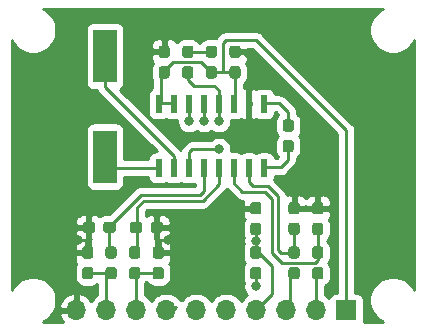
<source format=gtl>
G04 #@! TF.GenerationSoftware,KiCad,Pcbnew,(5.1.6)-1*
G04 #@! TF.CreationDate,2020-06-13T20:50:13+02:00*
G04 #@! TF.ProjectId,CS5490_Breakout,43533534-3930-45f4-9272-65616b6f7574,rev?*
G04 #@! TF.SameCoordinates,Original*
G04 #@! TF.FileFunction,Copper,L1,Top*
G04 #@! TF.FilePolarity,Positive*
%FSLAX46Y46*%
G04 Gerber Fmt 4.6, Leading zero omitted, Abs format (unit mm)*
G04 Created by KiCad (PCBNEW (5.1.6)-1) date 2020-06-13 20:50:13*
%MOMM*%
%LPD*%
G01*
G04 APERTURE LIST*
G04 #@! TA.AperFunction,SMDPad,CuDef*
%ADD10R,2.000000X4.500000*%
G04 #@! TD*
G04 #@! TA.AperFunction,ComponentPad*
%ADD11R,1.700000X1.700000*%
G04 #@! TD*
G04 #@! TA.AperFunction,ComponentPad*
%ADD12O,1.700000X1.700000*%
G04 #@! TD*
G04 #@! TA.AperFunction,SMDPad,CuDef*
%ADD13R,0.600000X1.500000*%
G04 #@! TD*
G04 #@! TA.AperFunction,ViaPad*
%ADD14C,0.800000*%
G04 #@! TD*
G04 #@! TA.AperFunction,Conductor*
%ADD15C,0.250000*%
G04 #@! TD*
G04 #@! TA.AperFunction,Conductor*
%ADD16C,0.254000*%
G04 #@! TD*
G04 APERTURE END LIST*
G04 #@! TA.AperFunction,SMDPad,CuDef*
G36*
G01*
X150762500Y-102100000D02*
X151237500Y-102100000D01*
G75*
G02*
X151475000Y-102337500I0J-237500D01*
G01*
X151475000Y-102912500D01*
G75*
G02*
X151237500Y-103150000I-237500J0D01*
G01*
X150762500Y-103150000D01*
G75*
G02*
X150525000Y-102912500I0J237500D01*
G01*
X150525000Y-102337500D01*
G75*
G02*
X150762500Y-102100000I237500J0D01*
G01*
G37*
G04 #@! TD.AperFunction*
G04 #@! TA.AperFunction,SMDPad,CuDef*
G36*
G01*
X150762500Y-100350000D02*
X151237500Y-100350000D01*
G75*
G02*
X151475000Y-100587500I0J-237500D01*
G01*
X151475000Y-101162500D01*
G75*
G02*
X151237500Y-101400000I-237500J0D01*
G01*
X150762500Y-101400000D01*
G75*
G02*
X150525000Y-101162500I0J237500D01*
G01*
X150525000Y-100587500D01*
G75*
G02*
X150762500Y-100350000I237500J0D01*
G01*
G37*
G04 #@! TD.AperFunction*
G04 #@! TA.AperFunction,SMDPad,CuDef*
G36*
G01*
X148762500Y-102100000D02*
X149237500Y-102100000D01*
G75*
G02*
X149475000Y-102337500I0J-237500D01*
G01*
X149475000Y-102912500D01*
G75*
G02*
X149237500Y-103150000I-237500J0D01*
G01*
X148762500Y-103150000D01*
G75*
G02*
X148525000Y-102912500I0J237500D01*
G01*
X148525000Y-102337500D01*
G75*
G02*
X148762500Y-102100000I237500J0D01*
G01*
G37*
G04 #@! TD.AperFunction*
G04 #@! TA.AperFunction,SMDPad,CuDef*
G36*
G01*
X148762500Y-100350000D02*
X149237500Y-100350000D01*
G75*
G02*
X149475000Y-100587500I0J-237500D01*
G01*
X149475000Y-101162500D01*
G75*
G02*
X149237500Y-101400000I-237500J0D01*
G01*
X148762500Y-101400000D01*
G75*
G02*
X148525000Y-101162500I0J237500D01*
G01*
X148525000Y-100587500D01*
G75*
G02*
X148762500Y-100350000I237500J0D01*
G01*
G37*
G04 #@! TD.AperFunction*
G04 #@! TA.AperFunction,SMDPad,CuDef*
G36*
G01*
X154512500Y-119100000D02*
X154987500Y-119100000D01*
G75*
G02*
X155225000Y-119337500I0J-237500D01*
G01*
X155225000Y-119912500D01*
G75*
G02*
X154987500Y-120150000I-237500J0D01*
G01*
X154512500Y-120150000D01*
G75*
G02*
X154275000Y-119912500I0J237500D01*
G01*
X154275000Y-119337500D01*
G75*
G02*
X154512500Y-119100000I237500J0D01*
G01*
G37*
G04 #@! TD.AperFunction*
G04 #@! TA.AperFunction,SMDPad,CuDef*
G36*
G01*
X154512500Y-117350000D02*
X154987500Y-117350000D01*
G75*
G02*
X155225000Y-117587500I0J-237500D01*
G01*
X155225000Y-118162500D01*
G75*
G02*
X154987500Y-118400000I-237500J0D01*
G01*
X154512500Y-118400000D01*
G75*
G02*
X154275000Y-118162500I0J237500D01*
G01*
X154275000Y-117587500D01*
G75*
G02*
X154512500Y-117350000I237500J0D01*
G01*
G37*
G04 #@! TD.AperFunction*
G04 #@! TA.AperFunction,SMDPad,CuDef*
G36*
G01*
X159762500Y-119100000D02*
X160237500Y-119100000D01*
G75*
G02*
X160475000Y-119337500I0J-237500D01*
G01*
X160475000Y-119912500D01*
G75*
G02*
X160237500Y-120150000I-237500J0D01*
G01*
X159762500Y-120150000D01*
G75*
G02*
X159525000Y-119912500I0J237500D01*
G01*
X159525000Y-119337500D01*
G75*
G02*
X159762500Y-119100000I237500J0D01*
G01*
G37*
G04 #@! TD.AperFunction*
G04 #@! TA.AperFunction,SMDPad,CuDef*
G36*
G01*
X159762500Y-117350000D02*
X160237500Y-117350000D01*
G75*
G02*
X160475000Y-117587500I0J-237500D01*
G01*
X160475000Y-118162500D01*
G75*
G02*
X160237500Y-118400000I-237500J0D01*
G01*
X159762500Y-118400000D01*
G75*
G02*
X159525000Y-118162500I0J237500D01*
G01*
X159525000Y-117587500D01*
G75*
G02*
X159762500Y-117350000I237500J0D01*
G01*
G37*
G04 #@! TD.AperFunction*
G04 #@! TA.AperFunction,SMDPad,CuDef*
G36*
G01*
X157762500Y-119100000D02*
X158237500Y-119100000D01*
G75*
G02*
X158475000Y-119337500I0J-237500D01*
G01*
X158475000Y-119912500D01*
G75*
G02*
X158237500Y-120150000I-237500J0D01*
G01*
X157762500Y-120150000D01*
G75*
G02*
X157525000Y-119912500I0J237500D01*
G01*
X157525000Y-119337500D01*
G75*
G02*
X157762500Y-119100000I237500J0D01*
G01*
G37*
G04 #@! TD.AperFunction*
G04 #@! TA.AperFunction,SMDPad,CuDef*
G36*
G01*
X157762500Y-117350000D02*
X158237500Y-117350000D01*
G75*
G02*
X158475000Y-117587500I0J-237500D01*
G01*
X158475000Y-118162500D01*
G75*
G02*
X158237500Y-118400000I-237500J0D01*
G01*
X157762500Y-118400000D01*
G75*
G02*
X157525000Y-118162500I0J237500D01*
G01*
X157525000Y-117587500D01*
G75*
G02*
X157762500Y-117350000I237500J0D01*
G01*
G37*
G04 #@! TD.AperFunction*
G04 #@! TA.AperFunction,SMDPad,CuDef*
G36*
G01*
X144262500Y-119100000D02*
X144737500Y-119100000D01*
G75*
G02*
X144975000Y-119337500I0J-237500D01*
G01*
X144975000Y-119912500D01*
G75*
G02*
X144737500Y-120150000I-237500J0D01*
G01*
X144262500Y-120150000D01*
G75*
G02*
X144025000Y-119912500I0J237500D01*
G01*
X144025000Y-119337500D01*
G75*
G02*
X144262500Y-119100000I237500J0D01*
G01*
G37*
G04 #@! TD.AperFunction*
G04 #@! TA.AperFunction,SMDPad,CuDef*
G36*
G01*
X144262500Y-117350000D02*
X144737500Y-117350000D01*
G75*
G02*
X144975000Y-117587500I0J-237500D01*
G01*
X144975000Y-118162500D01*
G75*
G02*
X144737500Y-118400000I-237500J0D01*
G01*
X144262500Y-118400000D01*
G75*
G02*
X144025000Y-118162500I0J237500D01*
G01*
X144025000Y-117587500D01*
G75*
G02*
X144262500Y-117350000I237500J0D01*
G01*
G37*
G04 #@! TD.AperFunction*
G04 #@! TA.AperFunction,SMDPad,CuDef*
G36*
G01*
X142262500Y-119100000D02*
X142737500Y-119100000D01*
G75*
G02*
X142975000Y-119337500I0J-237500D01*
G01*
X142975000Y-119912500D01*
G75*
G02*
X142737500Y-120150000I-237500J0D01*
G01*
X142262500Y-120150000D01*
G75*
G02*
X142025000Y-119912500I0J237500D01*
G01*
X142025000Y-119337500D01*
G75*
G02*
X142262500Y-119100000I237500J0D01*
G01*
G37*
G04 #@! TD.AperFunction*
G04 #@! TA.AperFunction,SMDPad,CuDef*
G36*
G01*
X142262500Y-117350000D02*
X142737500Y-117350000D01*
G75*
G02*
X142975000Y-117587500I0J-237500D01*
G01*
X142975000Y-118162500D01*
G75*
G02*
X142737500Y-118400000I-237500J0D01*
G01*
X142262500Y-118400000D01*
G75*
G02*
X142025000Y-118162500I0J237500D01*
G01*
X142025000Y-117587500D01*
G75*
G02*
X142262500Y-117350000I237500J0D01*
G01*
G37*
G04 #@! TD.AperFunction*
G04 #@! TA.AperFunction,SMDPad,CuDef*
G36*
G01*
X140757500Y-118400000D02*
X140282500Y-118400000D01*
G75*
G02*
X140045000Y-118162500I0J237500D01*
G01*
X140045000Y-117587500D01*
G75*
G02*
X140282500Y-117350000I237500J0D01*
G01*
X140757500Y-117350000D01*
G75*
G02*
X140995000Y-117587500I0J-237500D01*
G01*
X140995000Y-118162500D01*
G75*
G02*
X140757500Y-118400000I-237500J0D01*
G01*
G37*
G04 #@! TD.AperFunction*
G04 #@! TA.AperFunction,SMDPad,CuDef*
G36*
G01*
X140757500Y-120150000D02*
X140282500Y-120150000D01*
G75*
G02*
X140045000Y-119912500I0J237500D01*
G01*
X140045000Y-119337500D01*
G75*
G02*
X140282500Y-119100000I237500J0D01*
G01*
X140757500Y-119100000D01*
G75*
G02*
X140995000Y-119337500I0J-237500D01*
G01*
X140995000Y-119912500D01*
G75*
G02*
X140757500Y-120150000I-237500J0D01*
G01*
G37*
G04 #@! TD.AperFunction*
G04 #@! TA.AperFunction,SMDPad,CuDef*
G36*
G01*
X146262500Y-119100000D02*
X146737500Y-119100000D01*
G75*
G02*
X146975000Y-119337500I0J-237500D01*
G01*
X146975000Y-119912500D01*
G75*
G02*
X146737500Y-120150000I-237500J0D01*
G01*
X146262500Y-120150000D01*
G75*
G02*
X146025000Y-119912500I0J237500D01*
G01*
X146025000Y-119337500D01*
G75*
G02*
X146262500Y-119100000I237500J0D01*
G01*
G37*
G04 #@! TD.AperFunction*
G04 #@! TA.AperFunction,SMDPad,CuDef*
G36*
G01*
X146262500Y-117350000D02*
X146737500Y-117350000D01*
G75*
G02*
X146975000Y-117587500I0J-237500D01*
G01*
X146975000Y-118162500D01*
G75*
G02*
X146737500Y-118400000I-237500J0D01*
G01*
X146262500Y-118400000D01*
G75*
G02*
X146025000Y-118162500I0J237500D01*
G01*
X146025000Y-117587500D01*
G75*
G02*
X146262500Y-117350000I237500J0D01*
G01*
G37*
G04 #@! TD.AperFunction*
G04 #@! TA.AperFunction,SMDPad,CuDef*
G36*
G01*
X157262500Y-108350000D02*
X157737500Y-108350000D01*
G75*
G02*
X157975000Y-108587500I0J-237500D01*
G01*
X157975000Y-109162500D01*
G75*
G02*
X157737500Y-109400000I-237500J0D01*
G01*
X157262500Y-109400000D01*
G75*
G02*
X157025000Y-109162500I0J237500D01*
G01*
X157025000Y-108587500D01*
G75*
G02*
X157262500Y-108350000I237500J0D01*
G01*
G37*
G04 #@! TD.AperFunction*
G04 #@! TA.AperFunction,SMDPad,CuDef*
G36*
G01*
X157262500Y-106600000D02*
X157737500Y-106600000D01*
G75*
G02*
X157975000Y-106837500I0J-237500D01*
G01*
X157975000Y-107412500D01*
G75*
G02*
X157737500Y-107650000I-237500J0D01*
G01*
X157262500Y-107650000D01*
G75*
G02*
X157025000Y-107412500I0J237500D01*
G01*
X157025000Y-106837500D01*
G75*
G02*
X157262500Y-106600000I237500J0D01*
G01*
G37*
G04 #@! TD.AperFunction*
G04 #@! TA.AperFunction,SMDPad,CuDef*
G36*
G01*
X147237500Y-101400000D02*
X146762500Y-101400000D01*
G75*
G02*
X146525000Y-101162500I0J237500D01*
G01*
X146525000Y-100587500D01*
G75*
G02*
X146762500Y-100350000I237500J0D01*
G01*
X147237500Y-100350000D01*
G75*
G02*
X147475000Y-100587500I0J-237500D01*
G01*
X147475000Y-101162500D01*
G75*
G02*
X147237500Y-101400000I-237500J0D01*
G01*
G37*
G04 #@! TD.AperFunction*
G04 #@! TA.AperFunction,SMDPad,CuDef*
G36*
G01*
X147237500Y-103150000D02*
X146762500Y-103150000D01*
G75*
G02*
X146525000Y-102912500I0J237500D01*
G01*
X146525000Y-102337500D01*
G75*
G02*
X146762500Y-102100000I237500J0D01*
G01*
X147237500Y-102100000D01*
G75*
G02*
X147475000Y-102337500I0J-237500D01*
G01*
X147475000Y-102912500D01*
G75*
G02*
X147237500Y-103150000I-237500J0D01*
G01*
G37*
G04 #@! TD.AperFunction*
G04 #@! TA.AperFunction,SMDPad,CuDef*
G36*
G01*
X153237500Y-101400000D02*
X152762500Y-101400000D01*
G75*
G02*
X152525000Y-101162500I0J237500D01*
G01*
X152525000Y-100587500D01*
G75*
G02*
X152762500Y-100350000I237500J0D01*
G01*
X153237500Y-100350000D01*
G75*
G02*
X153475000Y-100587500I0J-237500D01*
G01*
X153475000Y-101162500D01*
G75*
G02*
X153237500Y-101400000I-237500J0D01*
G01*
G37*
G04 #@! TD.AperFunction*
G04 #@! TA.AperFunction,SMDPad,CuDef*
G36*
G01*
X153237500Y-103150000D02*
X152762500Y-103150000D01*
G75*
G02*
X152525000Y-102912500I0J237500D01*
G01*
X152525000Y-102337500D01*
G75*
G02*
X152762500Y-102100000I237500J0D01*
G01*
X153237500Y-102100000D01*
G75*
G02*
X153475000Y-102337500I0J-237500D01*
G01*
X153475000Y-102912500D01*
G75*
G02*
X153237500Y-103150000I-237500J0D01*
G01*
G37*
G04 #@! TD.AperFunction*
G04 #@! TA.AperFunction,SMDPad,CuDef*
G36*
G01*
X154512500Y-115350000D02*
X154987500Y-115350000D01*
G75*
G02*
X155225000Y-115587500I0J-237500D01*
G01*
X155225000Y-116162500D01*
G75*
G02*
X154987500Y-116400000I-237500J0D01*
G01*
X154512500Y-116400000D01*
G75*
G02*
X154275000Y-116162500I0J237500D01*
G01*
X154275000Y-115587500D01*
G75*
G02*
X154512500Y-115350000I237500J0D01*
G01*
G37*
G04 #@! TD.AperFunction*
G04 #@! TA.AperFunction,SMDPad,CuDef*
G36*
G01*
X154512500Y-113600000D02*
X154987500Y-113600000D01*
G75*
G02*
X155225000Y-113837500I0J-237500D01*
G01*
X155225000Y-114412500D01*
G75*
G02*
X154987500Y-114650000I-237500J0D01*
G01*
X154512500Y-114650000D01*
G75*
G02*
X154275000Y-114412500I0J237500D01*
G01*
X154275000Y-113837500D01*
G75*
G02*
X154512500Y-113600000I237500J0D01*
G01*
G37*
G04 #@! TD.AperFunction*
G04 #@! TA.AperFunction,SMDPad,CuDef*
G36*
G01*
X157762500Y-115350000D02*
X158237500Y-115350000D01*
G75*
G02*
X158475000Y-115587500I0J-237500D01*
G01*
X158475000Y-116162500D01*
G75*
G02*
X158237500Y-116400000I-237500J0D01*
G01*
X157762500Y-116400000D01*
G75*
G02*
X157525000Y-116162500I0J237500D01*
G01*
X157525000Y-115587500D01*
G75*
G02*
X157762500Y-115350000I237500J0D01*
G01*
G37*
G04 #@! TD.AperFunction*
G04 #@! TA.AperFunction,SMDPad,CuDef*
G36*
G01*
X157762500Y-113600000D02*
X158237500Y-113600000D01*
G75*
G02*
X158475000Y-113837500I0J-237500D01*
G01*
X158475000Y-114412500D01*
G75*
G02*
X158237500Y-114650000I-237500J0D01*
G01*
X157762500Y-114650000D01*
G75*
G02*
X157525000Y-114412500I0J237500D01*
G01*
X157525000Y-113837500D01*
G75*
G02*
X157762500Y-113600000I237500J0D01*
G01*
G37*
G04 #@! TD.AperFunction*
G04 #@! TA.AperFunction,SMDPad,CuDef*
G36*
G01*
X160237500Y-114650000D02*
X159762500Y-114650000D01*
G75*
G02*
X159525000Y-114412500I0J237500D01*
G01*
X159525000Y-113837500D01*
G75*
G02*
X159762500Y-113600000I237500J0D01*
G01*
X160237500Y-113600000D01*
G75*
G02*
X160475000Y-113837500I0J-237500D01*
G01*
X160475000Y-114412500D01*
G75*
G02*
X160237500Y-114650000I-237500J0D01*
G01*
G37*
G04 #@! TD.AperFunction*
G04 #@! TA.AperFunction,SMDPad,CuDef*
G36*
G01*
X160237500Y-116400000D02*
X159762500Y-116400000D01*
G75*
G02*
X159525000Y-116162500I0J237500D01*
G01*
X159525000Y-115587500D01*
G75*
G02*
X159762500Y-115350000I237500J0D01*
G01*
X160237500Y-115350000D01*
G75*
G02*
X160475000Y-115587500I0J-237500D01*
G01*
X160475000Y-116162500D01*
G75*
G02*
X160237500Y-116400000I-237500J0D01*
G01*
G37*
G04 #@! TD.AperFunction*
G04 #@! TA.AperFunction,SMDPad,CuDef*
G36*
G01*
X141850000Y-115987500D02*
X141850000Y-115512500D01*
G75*
G02*
X142087500Y-115275000I237500J0D01*
G01*
X142662500Y-115275000D01*
G75*
G02*
X142900000Y-115512500I0J-237500D01*
G01*
X142900000Y-115987500D01*
G75*
G02*
X142662500Y-116225000I-237500J0D01*
G01*
X142087500Y-116225000D01*
G75*
G02*
X141850000Y-115987500I0J237500D01*
G01*
G37*
G04 #@! TD.AperFunction*
G04 #@! TA.AperFunction,SMDPad,CuDef*
G36*
G01*
X140100000Y-115987500D02*
X140100000Y-115512500D01*
G75*
G02*
X140337500Y-115275000I237500J0D01*
G01*
X140912500Y-115275000D01*
G75*
G02*
X141150000Y-115512500I0J-237500D01*
G01*
X141150000Y-115987500D01*
G75*
G02*
X140912500Y-116225000I-237500J0D01*
G01*
X140337500Y-116225000D01*
G75*
G02*
X140100000Y-115987500I0J237500D01*
G01*
G37*
G04 #@! TD.AperFunction*
G04 #@! TA.AperFunction,SMDPad,CuDef*
G36*
G01*
X145850000Y-115987500D02*
X145850000Y-115512500D01*
G75*
G02*
X146087500Y-115275000I237500J0D01*
G01*
X146662500Y-115275000D01*
G75*
G02*
X146900000Y-115512500I0J-237500D01*
G01*
X146900000Y-115987500D01*
G75*
G02*
X146662500Y-116225000I-237500J0D01*
G01*
X146087500Y-116225000D01*
G75*
G02*
X145850000Y-115987500I0J237500D01*
G01*
G37*
G04 #@! TD.AperFunction*
G04 #@! TA.AperFunction,SMDPad,CuDef*
G36*
G01*
X144100000Y-115987500D02*
X144100000Y-115512500D01*
G75*
G02*
X144337500Y-115275000I237500J0D01*
G01*
X144912500Y-115275000D01*
G75*
G02*
X145150000Y-115512500I0J-237500D01*
G01*
X145150000Y-115987500D01*
G75*
G02*
X144912500Y-116225000I-237500J0D01*
G01*
X144337500Y-116225000D01*
G75*
G02*
X144100000Y-115987500I0J237500D01*
G01*
G37*
G04 #@! TD.AperFunction*
D10*
X142000000Y-101250000D03*
X142000000Y-109750000D03*
D11*
X162410000Y-122750000D03*
D12*
X159870000Y-122750000D03*
X157330000Y-122750000D03*
X154790000Y-122750000D03*
X152250000Y-122750000D03*
X149710000Y-122750000D03*
X147170000Y-122750000D03*
X144630000Y-122750000D03*
X142090000Y-122750000D03*
X139550000Y-122750000D03*
D13*
X146555000Y-110700000D03*
X147825000Y-110700000D03*
X149095000Y-110700000D03*
X150365000Y-110700000D03*
X151635000Y-110700000D03*
X152905000Y-110700000D03*
X154175000Y-110700000D03*
X155445000Y-110700000D03*
X155445000Y-105300000D03*
X154175000Y-105300000D03*
X152905000Y-105300000D03*
X151635000Y-105300000D03*
X150365000Y-105300000D03*
X149095000Y-105300000D03*
X147825000Y-105300000D03*
X146555000Y-105300000D03*
D14*
X167640000Y-119380000D03*
X167640000Y-109220000D03*
X167640000Y-104140000D03*
X134620000Y-101600000D03*
X134620000Y-106680000D03*
X134620000Y-111760000D03*
X134620000Y-116840000D03*
X163830000Y-97790000D03*
X157480000Y-97790000D03*
X151130000Y-97790000D03*
X144780000Y-97790000D03*
X138430000Y-97790000D03*
X160020000Y-101600000D03*
X162560000Y-104140000D03*
X165100000Y-106680000D03*
X165100000Y-111760000D03*
X165100000Y-116840000D03*
X157480000Y-99060000D03*
X165100000Y-101600000D03*
X162560000Y-99060000D03*
X160020000Y-111760000D03*
X160020000Y-106680000D03*
X157480000Y-104140000D03*
X154940000Y-101600000D03*
X147320000Y-99060000D03*
X144780000Y-101600000D03*
X139700000Y-106680000D03*
X137160000Y-109220000D03*
X137160000Y-114300000D03*
X137160000Y-119380000D03*
X139700000Y-111760000D03*
X137160000Y-104140000D03*
X139700000Y-101600000D03*
X142240000Y-114300000D03*
X139700000Y-116840000D03*
X147320000Y-116840000D03*
X167640000Y-114300000D03*
X152400000Y-119380000D03*
X152400000Y-114300000D03*
X167640000Y-116840000D03*
X167640000Y-111760000D03*
X167640000Y-106680000D03*
X167640000Y-101600000D03*
X134620000Y-119380000D03*
X134620000Y-114300000D03*
X134620000Y-109220000D03*
X134620000Y-104140000D03*
X154750000Y-120750000D03*
X150375000Y-106750000D03*
X149125000Y-106750000D03*
X151625000Y-106750000D03*
X151625000Y-109125000D03*
X154750000Y-116875000D03*
D15*
X142950000Y-110700000D02*
X142000000Y-109750000D01*
X146555000Y-110700000D02*
X142950000Y-110700000D01*
X142000000Y-103750000D02*
X142000000Y-101250000D01*
X142000000Y-103875000D02*
X142000000Y-103750000D01*
X147825000Y-109700000D02*
X142000000Y-103875000D01*
X147825000Y-110700000D02*
X147825000Y-109700000D01*
X153000000Y-110605000D02*
X152905000Y-110700000D01*
X160000000Y-117875000D02*
X160000000Y-115800000D01*
X153625000Y-112750000D02*
X152905000Y-112030000D01*
X155500000Y-112750000D02*
X153625000Y-112750000D01*
X156125000Y-113375000D02*
X155500000Y-112750000D01*
X160000000Y-118500000D02*
X159750000Y-118750000D01*
X159750000Y-118750000D02*
X157000000Y-118750000D01*
X152905000Y-112030000D02*
X152905000Y-110700000D01*
X160000000Y-117875000D02*
X160000000Y-118500000D01*
X157000000Y-118750000D02*
X156125000Y-117875000D01*
X156125000Y-117875000D02*
X156125000Y-113375000D01*
X158000000Y-117875000D02*
X158000000Y-115800000D01*
X156875000Y-117875000D02*
X158000000Y-117875000D01*
X154175000Y-111925000D02*
X154500000Y-112250000D01*
X156625000Y-113125000D02*
X156625000Y-117625000D01*
X156625000Y-117625000D02*
X156875000Y-117875000D01*
X155750000Y-112250000D02*
X156625000Y-113125000D01*
X154175000Y-110700000D02*
X154175000Y-111925000D01*
X154500000Y-112250000D02*
X155750000Y-112250000D01*
X144700000Y-117675000D02*
X144500000Y-117875000D01*
X144700000Y-115750000D02*
X144700000Y-117675000D01*
X151635000Y-112115000D02*
X151635000Y-110700000D01*
X145250000Y-113500000D02*
X150250000Y-113500000D01*
X144700000Y-115750000D02*
X144700000Y-114050000D01*
X150250000Y-113500000D02*
X151635000Y-112115000D01*
X144700000Y-114050000D02*
X145250000Y-113500000D01*
X142300000Y-117675000D02*
X142500000Y-117875000D01*
X142300000Y-115750000D02*
X142300000Y-117675000D01*
X150000000Y-113000000D02*
X150365000Y-112635000D01*
X145000000Y-113000000D02*
X150000000Y-113000000D01*
X150365000Y-112635000D02*
X150365000Y-110700000D01*
X142300000Y-115750000D02*
X142300000Y-115700000D01*
X142300000Y-115700000D02*
X145000000Y-113000000D01*
X154175000Y-101375000D02*
X154175000Y-105300000D01*
X153000000Y-100950000D02*
X153750000Y-100950000D01*
X153750000Y-100950000D02*
X154175000Y-101375000D01*
X140700000Y-117575000D02*
X140520000Y-117755000D01*
X146300000Y-117675000D02*
X146500000Y-117875000D01*
X146300000Y-115750000D02*
X146300000Y-116825000D01*
X140700000Y-117695000D02*
X140520000Y-117875000D01*
X140700000Y-115750000D02*
X140700000Y-116800000D01*
X158000000Y-114200000D02*
X160000000Y-114200000D01*
X153425000Y-114200000D02*
X153375000Y-114250000D01*
X154750000Y-114200000D02*
X153425000Y-114200000D01*
X146300000Y-116825000D02*
X146300000Y-117675000D01*
X140700000Y-116800000D02*
X140700000Y-117695000D01*
X147320000Y-116840000D02*
X146660000Y-116840000D01*
X139700000Y-116840000D02*
X140410000Y-116840000D01*
X149000000Y-100875000D02*
X151000000Y-100875000D01*
X147955000Y-105250000D02*
X147955000Y-105373600D01*
X147831400Y-105250000D02*
X147955000Y-105373600D01*
X146685000Y-105250000D02*
X147831400Y-105250000D01*
X153035000Y-102660000D02*
X153000000Y-102625000D01*
X153035000Y-105250000D02*
X153035000Y-102660000D01*
X146750000Y-105229700D02*
X146750000Y-103750000D01*
X146750000Y-103750000D02*
X146750000Y-102444700D01*
X150125000Y-101750000D02*
X151000000Y-102625000D01*
X147750000Y-101750000D02*
X150125000Y-101750000D01*
X146750000Y-102400000D02*
X147100000Y-102400000D01*
X147100000Y-102400000D02*
X147750000Y-101750000D01*
X152925000Y-102625000D02*
X153000000Y-102550000D01*
X146800000Y-102550000D02*
X147000000Y-102550000D01*
X152000000Y-102625000D02*
X152925000Y-102625000D01*
X151000000Y-102625000D02*
X152000000Y-102625000D01*
X154750000Y-99875000D02*
X162410000Y-107535000D01*
X152250000Y-99875000D02*
X154750000Y-99875000D01*
X162410000Y-107535000D02*
X162410000Y-122750000D01*
X152000000Y-102625000D02*
X152000000Y-100125000D01*
X152000000Y-100125000D02*
X152250000Y-99875000D01*
X154750000Y-119625000D02*
X154750000Y-120750000D01*
X157480000Y-109485300D02*
X157480000Y-108750000D01*
X157480000Y-110020000D02*
X157480000Y-109485300D01*
X155575000Y-110650000D02*
X156850000Y-110650000D01*
X156850000Y-110650000D02*
X157480000Y-110020000D01*
X157480000Y-105980000D02*
X157480000Y-107150000D01*
X155575000Y-105250000D02*
X156750000Y-105250000D01*
X156750000Y-105250000D02*
X157480000Y-105980000D01*
X150375000Y-105250000D02*
X150375000Y-106646600D01*
X149000000Y-105395000D02*
X149095000Y-105300000D01*
X149125000Y-106750000D02*
X149125000Y-105395000D01*
X148000000Y-122510000D02*
X147320000Y-123190000D01*
X159870000Y-119755000D02*
X160000000Y-119625000D01*
X159870000Y-122750000D02*
X159870000Y-119755000D01*
X157625000Y-120000000D02*
X158000000Y-119625000D01*
X157330000Y-122750000D02*
X157625000Y-122455000D01*
X157625000Y-122455000D02*
X157625000Y-120000000D01*
X144500000Y-119625000D02*
X146500000Y-119625000D01*
X144630000Y-119755000D02*
X144500000Y-119625000D01*
X144630000Y-122750000D02*
X144630000Y-119755000D01*
X140520000Y-119625000D02*
X142500000Y-119625000D01*
X142340000Y-119785000D02*
X142500000Y-119625000D01*
X142090000Y-122750000D02*
X142090000Y-119785000D01*
X149000000Y-103250000D02*
X149000000Y-102625000D01*
X151635000Y-104135000D02*
X151250000Y-103750000D01*
X151635000Y-104694900D02*
X151635000Y-104135000D01*
X151765000Y-104824900D02*
X151635000Y-104694900D01*
X151250000Y-103750000D02*
X149500000Y-103750000D01*
X149500000Y-103750000D02*
X149000000Y-103250000D01*
X151750000Y-105415000D02*
X151635000Y-105300000D01*
X151625000Y-106750000D02*
X151625000Y-105415000D01*
X154750000Y-117875000D02*
X154750000Y-116875000D01*
X154750000Y-116875000D02*
X154750000Y-115800000D01*
X151625000Y-109125000D02*
X149375000Y-109125000D01*
X149095000Y-109405000D02*
X149095000Y-110700000D01*
X149375000Y-109125000D02*
X149095000Y-109405000D01*
X155000000Y-117875000D02*
X154750000Y-117875000D01*
X156125000Y-119000000D02*
X155000000Y-117875000D01*
X154790000Y-122750000D02*
X156125000Y-121415000D01*
X156125000Y-121415000D02*
X156125000Y-119000000D01*
D16*
G36*
X165427207Y-97296157D02*
G01*
X165101213Y-97513979D01*
X164823979Y-97791213D01*
X164606157Y-98117207D01*
X164456119Y-98479431D01*
X164379631Y-98863966D01*
X164379631Y-99256034D01*
X164456119Y-99640569D01*
X164606157Y-100002793D01*
X164823979Y-100328787D01*
X165101213Y-100606021D01*
X165427207Y-100823843D01*
X165789431Y-100973881D01*
X166173966Y-101050369D01*
X166566034Y-101050369D01*
X166950569Y-100973881D01*
X167312793Y-100823843D01*
X167638787Y-100606021D01*
X167916021Y-100328787D01*
X168133843Y-100002793D01*
X168175000Y-99903431D01*
X168175001Y-121076571D01*
X168133843Y-120977207D01*
X167916021Y-120651213D01*
X167638787Y-120373979D01*
X167312793Y-120156157D01*
X166950569Y-120006119D01*
X166566034Y-119929631D01*
X166173966Y-119929631D01*
X165789431Y-120006119D01*
X165427207Y-120156157D01*
X165101213Y-120373979D01*
X164823979Y-120651213D01*
X164606157Y-120977207D01*
X164456119Y-121339431D01*
X164379631Y-121723966D01*
X164379631Y-122116034D01*
X164456119Y-122500569D01*
X164606157Y-122862793D01*
X164823979Y-123188787D01*
X165101213Y-123466021D01*
X165427207Y-123683843D01*
X165526569Y-123725000D01*
X163885655Y-123725000D01*
X163885812Y-123724482D01*
X163898072Y-123600000D01*
X163898072Y-121900000D01*
X163885812Y-121775518D01*
X163849502Y-121655820D01*
X163790537Y-121545506D01*
X163711185Y-121448815D01*
X163614494Y-121369463D01*
X163504180Y-121310498D01*
X163384482Y-121274188D01*
X163260000Y-121261928D01*
X163170000Y-121261928D01*
X163170000Y-107572323D01*
X163173676Y-107535000D01*
X163170000Y-107497677D01*
X163170000Y-107497667D01*
X163159003Y-107386014D01*
X163115546Y-107242753D01*
X163044975Y-107110725D01*
X163044974Y-107110723D01*
X162973799Y-107023997D01*
X162950001Y-106994999D01*
X162921004Y-106971202D01*
X155313804Y-99364003D01*
X155290001Y-99334999D01*
X155174276Y-99240026D01*
X155042247Y-99169454D01*
X154898986Y-99125997D01*
X154787333Y-99115000D01*
X154787322Y-99115000D01*
X154750000Y-99111324D01*
X154712678Y-99115000D01*
X152287322Y-99115000D01*
X152249999Y-99111324D01*
X152212676Y-99115000D01*
X152212667Y-99115000D01*
X152101014Y-99125997D01*
X151957753Y-99169454D01*
X151825724Y-99240026D01*
X151709999Y-99334999D01*
X151686200Y-99363998D01*
X151488997Y-99561202D01*
X151460000Y-99584999D01*
X151436202Y-99613997D01*
X151436201Y-99613998D01*
X151365026Y-99700724D01*
X151352959Y-99723300D01*
X151237500Y-99711928D01*
X150762500Y-99711928D01*
X150591684Y-99728752D01*
X150427433Y-99778577D01*
X150276058Y-99859488D01*
X150143377Y-99968377D01*
X150034488Y-100101058D01*
X150027036Y-100115000D01*
X149972964Y-100115000D01*
X149965512Y-100101058D01*
X149856623Y-99968377D01*
X149723942Y-99859488D01*
X149572567Y-99778577D01*
X149408316Y-99728752D01*
X149237500Y-99711928D01*
X148762500Y-99711928D01*
X148591684Y-99728752D01*
X148427433Y-99778577D01*
X148276058Y-99859488D01*
X148143377Y-99968377D01*
X148051122Y-100080789D01*
X148005537Y-99995506D01*
X147926185Y-99898815D01*
X147829494Y-99819463D01*
X147719180Y-99760498D01*
X147599482Y-99724188D01*
X147475000Y-99711928D01*
X147285750Y-99715000D01*
X147127000Y-99873750D01*
X147127000Y-100748000D01*
X147147000Y-100748000D01*
X147147000Y-101002000D01*
X147127000Y-101002000D01*
X147127000Y-101022000D01*
X146873000Y-101022000D01*
X146873000Y-101002000D01*
X146048750Y-101002000D01*
X145890000Y-101160750D01*
X145886928Y-101400000D01*
X145899188Y-101524482D01*
X145935498Y-101644180D01*
X145994463Y-101754494D01*
X146054099Y-101827161D01*
X146034488Y-101851058D01*
X145953577Y-102002433D01*
X145903752Y-102166684D01*
X145886928Y-102337500D01*
X145886928Y-102912500D01*
X145903752Y-103083316D01*
X145953577Y-103247567D01*
X145990000Y-103315711D01*
X145990000Y-103787332D01*
X145990001Y-103787342D01*
X145990001Y-103971626D01*
X145900506Y-104019463D01*
X145803815Y-104098815D01*
X145724463Y-104195506D01*
X145665498Y-104305820D01*
X145629188Y-104425518D01*
X145616928Y-104550000D01*
X145616928Y-106050000D01*
X145629188Y-106174482D01*
X145665498Y-106294180D01*
X145724463Y-106404494D01*
X145803815Y-106501185D01*
X145900506Y-106580537D01*
X146010820Y-106639502D01*
X146130518Y-106675812D01*
X146255000Y-106688072D01*
X146855000Y-106688072D01*
X146979482Y-106675812D01*
X147099180Y-106639502D01*
X147190000Y-106590957D01*
X147280820Y-106639502D01*
X147400518Y-106675812D01*
X147525000Y-106688072D01*
X148090000Y-106688072D01*
X148090000Y-106851939D01*
X148129774Y-107051898D01*
X148207795Y-107240256D01*
X148321063Y-107409774D01*
X148465226Y-107553937D01*
X148634744Y-107667205D01*
X148823102Y-107745226D01*
X149023061Y-107785000D01*
X149226939Y-107785000D01*
X149426898Y-107745226D01*
X149615256Y-107667205D01*
X149750000Y-107577172D01*
X149884744Y-107667205D01*
X150073102Y-107745226D01*
X150273061Y-107785000D01*
X150476939Y-107785000D01*
X150676898Y-107745226D01*
X150865256Y-107667205D01*
X151000000Y-107577172D01*
X151134744Y-107667205D01*
X151323102Y-107745226D01*
X151523061Y-107785000D01*
X151726939Y-107785000D01*
X151926898Y-107745226D01*
X152115256Y-107667205D01*
X152284774Y-107553937D01*
X152428937Y-107409774D01*
X152542205Y-107240256D01*
X152620226Y-107051898D01*
X152660000Y-106851939D01*
X152660000Y-106688072D01*
X153205000Y-106688072D01*
X153329482Y-106675812D01*
X153449180Y-106639502D01*
X153540000Y-106590957D01*
X153630820Y-106639502D01*
X153750518Y-106675812D01*
X153875000Y-106688072D01*
X153889250Y-106685000D01*
X154048000Y-106526250D01*
X154048000Y-105427000D01*
X154028000Y-105427000D01*
X154028000Y-105173000D01*
X154048000Y-105173000D01*
X154048000Y-104073750D01*
X153889250Y-103915000D01*
X153875000Y-103911928D01*
X153795000Y-103919807D01*
X153795000Y-103582196D01*
X153856623Y-103531623D01*
X153965512Y-103398942D01*
X154046423Y-103247567D01*
X154096248Y-103083316D01*
X154113072Y-102912500D01*
X154113072Y-102337500D01*
X154096248Y-102166684D01*
X154046423Y-102002433D01*
X153965512Y-101851058D01*
X153945901Y-101827161D01*
X154005537Y-101754494D01*
X154064502Y-101644180D01*
X154100812Y-101524482D01*
X154113072Y-101400000D01*
X154110000Y-101160750D01*
X153951250Y-101002000D01*
X153127000Y-101002000D01*
X153127000Y-101022000D01*
X152873000Y-101022000D01*
X152873000Y-101002000D01*
X152853000Y-101002000D01*
X152853000Y-100748000D01*
X152873000Y-100748000D01*
X152873000Y-100728000D01*
X153127000Y-100728000D01*
X153127000Y-100748000D01*
X153951250Y-100748000D01*
X154064250Y-100635000D01*
X154435199Y-100635000D01*
X161650000Y-107849802D01*
X161650001Y-121261928D01*
X161560000Y-121261928D01*
X161435518Y-121274188D01*
X161315820Y-121310498D01*
X161205506Y-121369463D01*
X161108815Y-121448815D01*
X161029463Y-121545506D01*
X160970498Y-121655820D01*
X160948487Y-121728380D01*
X160816632Y-121596525D01*
X160630000Y-121471822D01*
X160630000Y-120690725D01*
X160723942Y-120640512D01*
X160856623Y-120531623D01*
X160965512Y-120398942D01*
X161046423Y-120247567D01*
X161096248Y-120083316D01*
X161113072Y-119912500D01*
X161113072Y-119337500D01*
X161096248Y-119166684D01*
X161046423Y-119002433D01*
X160965512Y-118851058D01*
X160882575Y-118750000D01*
X160965512Y-118648942D01*
X161046423Y-118497567D01*
X161096248Y-118333316D01*
X161113072Y-118162500D01*
X161113072Y-117587500D01*
X161096248Y-117416684D01*
X161046423Y-117252433D01*
X160965512Y-117101058D01*
X160856623Y-116968377D01*
X160760000Y-116889080D01*
X160760000Y-116860920D01*
X160856623Y-116781623D01*
X160965512Y-116648942D01*
X161046423Y-116497567D01*
X161096248Y-116333316D01*
X161113072Y-116162500D01*
X161113072Y-115587500D01*
X161096248Y-115416684D01*
X161046423Y-115252433D01*
X160965512Y-115101058D01*
X160945901Y-115077161D01*
X161005537Y-115004494D01*
X161064502Y-114894180D01*
X161100812Y-114774482D01*
X161113072Y-114650000D01*
X161110000Y-114410750D01*
X160951250Y-114252000D01*
X160127000Y-114252000D01*
X160127000Y-114272000D01*
X159873000Y-114272000D01*
X159873000Y-114252000D01*
X159048750Y-114252000D01*
X159000000Y-114300750D01*
X158951250Y-114252000D01*
X158127000Y-114252000D01*
X158127000Y-114272000D01*
X157873000Y-114272000D01*
X157873000Y-114252000D01*
X157853000Y-114252000D01*
X157853000Y-113998000D01*
X157873000Y-113998000D01*
X157873000Y-113123750D01*
X158127000Y-113123750D01*
X158127000Y-113998000D01*
X158951250Y-113998000D01*
X159000000Y-113949250D01*
X159048750Y-113998000D01*
X159873000Y-113998000D01*
X159873000Y-113123750D01*
X160127000Y-113123750D01*
X160127000Y-113998000D01*
X160951250Y-113998000D01*
X161110000Y-113839250D01*
X161113072Y-113600000D01*
X161100812Y-113475518D01*
X161064502Y-113355820D01*
X161005537Y-113245506D01*
X160926185Y-113148815D01*
X160829494Y-113069463D01*
X160719180Y-113010498D01*
X160599482Y-112974188D01*
X160475000Y-112961928D01*
X160285750Y-112965000D01*
X160127000Y-113123750D01*
X159873000Y-113123750D01*
X159714250Y-112965000D01*
X159525000Y-112961928D01*
X159400518Y-112974188D01*
X159280820Y-113010498D01*
X159170506Y-113069463D01*
X159073815Y-113148815D01*
X159000000Y-113238759D01*
X158926185Y-113148815D01*
X158829494Y-113069463D01*
X158719180Y-113010498D01*
X158599482Y-112974188D01*
X158475000Y-112961928D01*
X158285750Y-112965000D01*
X158127000Y-113123750D01*
X157873000Y-113123750D01*
X157714250Y-112965000D01*
X157525000Y-112961928D01*
X157400518Y-112974188D01*
X157374598Y-112982051D01*
X157374003Y-112976014D01*
X157330546Y-112832753D01*
X157259974Y-112700724D01*
X157165001Y-112584999D01*
X157136004Y-112561202D01*
X156313803Y-111739002D01*
X156311829Y-111736597D01*
X156334502Y-111694180D01*
X156370812Y-111574482D01*
X156383072Y-111450000D01*
X156383072Y-111410000D01*
X156812678Y-111410000D01*
X156850000Y-111413676D01*
X156887322Y-111410000D01*
X156887333Y-111410000D01*
X156998986Y-111399003D01*
X157142247Y-111355546D01*
X157274276Y-111284974D01*
X157390001Y-111190001D01*
X157413803Y-111160998D01*
X157991004Y-110583798D01*
X158020001Y-110560001D01*
X158114974Y-110444276D01*
X158185546Y-110312247D01*
X158229003Y-110168986D01*
X158240000Y-110057333D01*
X158240000Y-110057332D01*
X158243677Y-110020000D01*
X158240000Y-109982667D01*
X158240000Y-109877333D01*
X158356623Y-109781623D01*
X158465512Y-109648942D01*
X158546423Y-109497567D01*
X158596248Y-109333316D01*
X158613072Y-109162500D01*
X158613072Y-108587500D01*
X158596248Y-108416684D01*
X158546423Y-108252433D01*
X158465512Y-108101058D01*
X158382575Y-108000000D01*
X158465512Y-107898942D01*
X158546423Y-107747567D01*
X158596248Y-107583316D01*
X158613072Y-107412500D01*
X158613072Y-106837500D01*
X158596248Y-106666684D01*
X158546423Y-106502433D01*
X158465512Y-106351058D01*
X158356623Y-106218377D01*
X158240000Y-106122667D01*
X158240000Y-106017323D01*
X158243676Y-105980000D01*
X158240000Y-105942677D01*
X158240000Y-105942667D01*
X158229003Y-105831014D01*
X158185546Y-105687753D01*
X158132534Y-105588576D01*
X158114974Y-105555723D01*
X158043799Y-105468997D01*
X158020001Y-105439999D01*
X157991004Y-105416202D01*
X157313803Y-104739002D01*
X157290001Y-104709999D01*
X157174276Y-104615026D01*
X157042247Y-104544454D01*
X156898986Y-104500997D01*
X156787333Y-104490000D01*
X156787322Y-104490000D01*
X156750000Y-104486324D01*
X156712678Y-104490000D01*
X156377163Y-104490000D01*
X156370812Y-104425518D01*
X156334502Y-104305820D01*
X156275537Y-104195506D01*
X156196185Y-104098815D01*
X156099494Y-104019463D01*
X155989180Y-103960498D01*
X155869482Y-103924188D01*
X155745000Y-103911928D01*
X155145000Y-103911928D01*
X155020518Y-103924188D01*
X154900820Y-103960498D01*
X154810000Y-104009043D01*
X154719180Y-103960498D01*
X154599482Y-103924188D01*
X154475000Y-103911928D01*
X154460750Y-103915000D01*
X154302000Y-104073750D01*
X154302000Y-105173000D01*
X154322000Y-105173000D01*
X154322000Y-105427000D01*
X154302000Y-105427000D01*
X154302000Y-106526250D01*
X154460750Y-106685000D01*
X154475000Y-106688072D01*
X154599482Y-106675812D01*
X154719180Y-106639502D01*
X154810000Y-106590957D01*
X154900820Y-106639502D01*
X155020518Y-106675812D01*
X155145000Y-106688072D01*
X155745000Y-106688072D01*
X155869482Y-106675812D01*
X155989180Y-106639502D01*
X156099494Y-106580537D01*
X156196185Y-106501185D01*
X156275537Y-106404494D01*
X156334502Y-106294180D01*
X156370812Y-106174482D01*
X156383072Y-106050000D01*
X156383072Y-106010000D01*
X156435199Y-106010000D01*
X156643486Y-106218288D01*
X156643377Y-106218377D01*
X156534488Y-106351058D01*
X156453577Y-106502433D01*
X156403752Y-106666684D01*
X156386928Y-106837500D01*
X156386928Y-107412500D01*
X156403752Y-107583316D01*
X156453577Y-107747567D01*
X156534488Y-107898942D01*
X156617425Y-108000000D01*
X156534488Y-108101058D01*
X156453577Y-108252433D01*
X156403752Y-108416684D01*
X156386928Y-108587500D01*
X156386928Y-109162500D01*
X156403752Y-109333316D01*
X156453577Y-109497567D01*
X156534488Y-109648942D01*
X156643377Y-109781623D01*
X156643486Y-109781712D01*
X156535199Y-109890000D01*
X156377163Y-109890000D01*
X156370812Y-109825518D01*
X156334502Y-109705820D01*
X156275537Y-109595506D01*
X156196185Y-109498815D01*
X156099494Y-109419463D01*
X155989180Y-109360498D01*
X155869482Y-109324188D01*
X155745000Y-109311928D01*
X155145000Y-109311928D01*
X155020518Y-109324188D01*
X154900820Y-109360498D01*
X154810000Y-109409043D01*
X154719180Y-109360498D01*
X154599482Y-109324188D01*
X154475000Y-109311928D01*
X153875000Y-109311928D01*
X153750518Y-109324188D01*
X153630820Y-109360498D01*
X153540000Y-109409043D01*
X153449180Y-109360498D01*
X153329482Y-109324188D01*
X153205000Y-109311928D01*
X152643095Y-109311928D01*
X152660000Y-109226939D01*
X152660000Y-109023061D01*
X152620226Y-108823102D01*
X152542205Y-108634744D01*
X152428937Y-108465226D01*
X152284774Y-108321063D01*
X152115256Y-108207795D01*
X151926898Y-108129774D01*
X151726939Y-108090000D01*
X151523061Y-108090000D01*
X151323102Y-108129774D01*
X151134744Y-108207795D01*
X150965226Y-108321063D01*
X150921289Y-108365000D01*
X149412325Y-108365000D01*
X149375000Y-108361324D01*
X149337675Y-108365000D01*
X149337667Y-108365000D01*
X149226014Y-108375997D01*
X149082753Y-108419454D01*
X148950724Y-108490026D01*
X148834999Y-108584999D01*
X148811196Y-108614003D01*
X148584003Y-108841196D01*
X148554999Y-108864999D01*
X148499871Y-108932174D01*
X148460026Y-108980724D01*
X148389455Y-109112753D01*
X148389454Y-109112754D01*
X148372391Y-109169004D01*
X148365001Y-109159999D01*
X148336003Y-109136201D01*
X143273585Y-104073784D01*
X143354494Y-104030537D01*
X143451185Y-103951185D01*
X143530537Y-103854494D01*
X143589502Y-103744180D01*
X143625812Y-103624482D01*
X143638072Y-103500000D01*
X143638072Y-100350000D01*
X145886928Y-100350000D01*
X145890000Y-100589250D01*
X146048750Y-100748000D01*
X146873000Y-100748000D01*
X146873000Y-99873750D01*
X146714250Y-99715000D01*
X146525000Y-99711928D01*
X146400518Y-99724188D01*
X146280820Y-99760498D01*
X146170506Y-99819463D01*
X146073815Y-99898815D01*
X145994463Y-99995506D01*
X145935498Y-100105820D01*
X145899188Y-100225518D01*
X145886928Y-100350000D01*
X143638072Y-100350000D01*
X143638072Y-99000000D01*
X143625812Y-98875518D01*
X143589502Y-98755820D01*
X143530537Y-98645506D01*
X143451185Y-98548815D01*
X143354494Y-98469463D01*
X143244180Y-98410498D01*
X143124482Y-98374188D01*
X143000000Y-98361928D01*
X141000000Y-98361928D01*
X140875518Y-98374188D01*
X140755820Y-98410498D01*
X140645506Y-98469463D01*
X140548815Y-98548815D01*
X140469463Y-98645506D01*
X140410498Y-98755820D01*
X140374188Y-98875518D01*
X140361928Y-99000000D01*
X140361928Y-103500000D01*
X140374188Y-103624482D01*
X140410498Y-103744180D01*
X140469463Y-103854494D01*
X140548815Y-103951185D01*
X140645506Y-104030537D01*
X140755820Y-104089502D01*
X140875518Y-104125812D01*
X141000000Y-104138072D01*
X141285604Y-104138072D01*
X141290709Y-104154899D01*
X141294454Y-104167246D01*
X141365026Y-104299276D01*
X141404871Y-104347826D01*
X141459999Y-104415001D01*
X141489003Y-104438804D01*
X146362126Y-109311928D01*
X146255000Y-109311928D01*
X146130518Y-109324188D01*
X146010820Y-109360498D01*
X145900506Y-109419463D01*
X145803815Y-109498815D01*
X145724463Y-109595506D01*
X145665498Y-109705820D01*
X145629188Y-109825518D01*
X145617913Y-109940000D01*
X143638072Y-109940000D01*
X143638072Y-107500000D01*
X143625812Y-107375518D01*
X143589502Y-107255820D01*
X143530537Y-107145506D01*
X143451185Y-107048815D01*
X143354494Y-106969463D01*
X143244180Y-106910498D01*
X143124482Y-106874188D01*
X143000000Y-106861928D01*
X141000000Y-106861928D01*
X140875518Y-106874188D01*
X140755820Y-106910498D01*
X140645506Y-106969463D01*
X140548815Y-107048815D01*
X140469463Y-107145506D01*
X140410498Y-107255820D01*
X140374188Y-107375518D01*
X140361928Y-107500000D01*
X140361928Y-112000000D01*
X140374188Y-112124482D01*
X140410498Y-112244180D01*
X140469463Y-112354494D01*
X140548815Y-112451185D01*
X140645506Y-112530537D01*
X140755820Y-112589502D01*
X140875518Y-112625812D01*
X141000000Y-112638072D01*
X143000000Y-112638072D01*
X143124482Y-112625812D01*
X143244180Y-112589502D01*
X143354494Y-112530537D01*
X143451185Y-112451185D01*
X143530537Y-112354494D01*
X143589502Y-112244180D01*
X143625812Y-112124482D01*
X143638072Y-112000000D01*
X143638072Y-111460000D01*
X145617913Y-111460000D01*
X145629188Y-111574482D01*
X145665498Y-111694180D01*
X145724463Y-111804494D01*
X145803815Y-111901185D01*
X145900506Y-111980537D01*
X146010820Y-112039502D01*
X146130518Y-112075812D01*
X146255000Y-112088072D01*
X146855000Y-112088072D01*
X146979482Y-112075812D01*
X147099180Y-112039502D01*
X147190000Y-111990957D01*
X147280820Y-112039502D01*
X147400518Y-112075812D01*
X147525000Y-112088072D01*
X148125000Y-112088072D01*
X148249482Y-112075812D01*
X148369180Y-112039502D01*
X148460000Y-111990957D01*
X148550820Y-112039502D01*
X148670518Y-112075812D01*
X148795000Y-112088072D01*
X149395000Y-112088072D01*
X149519482Y-112075812D01*
X149605000Y-112049870D01*
X149605000Y-112240000D01*
X145037333Y-112240000D01*
X145000000Y-112236323D01*
X144962667Y-112240000D01*
X144851014Y-112250997D01*
X144707753Y-112294454D01*
X144575724Y-112365026D01*
X144459999Y-112459999D01*
X144436201Y-112488997D01*
X142288271Y-114636928D01*
X142087500Y-114636928D01*
X141916684Y-114653752D01*
X141752433Y-114703577D01*
X141601058Y-114784488D01*
X141577161Y-114804099D01*
X141504494Y-114744463D01*
X141394180Y-114685498D01*
X141274482Y-114649188D01*
X141150000Y-114636928D01*
X140910750Y-114640000D01*
X140752000Y-114798750D01*
X140752000Y-115623000D01*
X140772000Y-115623000D01*
X140772000Y-115877000D01*
X140752000Y-115877000D01*
X140752000Y-116701250D01*
X140785750Y-116735000D01*
X140647000Y-116873750D01*
X140647000Y-117748000D01*
X140667000Y-117748000D01*
X140667000Y-118002000D01*
X140647000Y-118002000D01*
X140647000Y-118022000D01*
X140393000Y-118022000D01*
X140393000Y-118002000D01*
X139568750Y-118002000D01*
X139410000Y-118160750D01*
X139406928Y-118400000D01*
X139419188Y-118524482D01*
X139455498Y-118644180D01*
X139514463Y-118754494D01*
X139574099Y-118827161D01*
X139554488Y-118851058D01*
X139473577Y-119002433D01*
X139423752Y-119166684D01*
X139406928Y-119337500D01*
X139406928Y-119912500D01*
X139423752Y-120083316D01*
X139473577Y-120247567D01*
X139554488Y-120398942D01*
X139663377Y-120531623D01*
X139796058Y-120640512D01*
X139947433Y-120721423D01*
X140111684Y-120771248D01*
X140282500Y-120788072D01*
X140757500Y-120788072D01*
X140928316Y-120771248D01*
X141092567Y-120721423D01*
X141243942Y-120640512D01*
X141330001Y-120569885D01*
X141330000Y-121471821D01*
X141143368Y-121596525D01*
X140936525Y-121803368D01*
X140814805Y-121985534D01*
X140745178Y-121868645D01*
X140550269Y-121652412D01*
X140316920Y-121478359D01*
X140054099Y-121353175D01*
X139906890Y-121308524D01*
X139677000Y-121429845D01*
X139677000Y-122623000D01*
X139697000Y-122623000D01*
X139697000Y-122877000D01*
X139677000Y-122877000D01*
X139677000Y-122897000D01*
X139423000Y-122897000D01*
X139423000Y-122877000D01*
X138229186Y-122877000D01*
X138108519Y-123106891D01*
X138205843Y-123381252D01*
X138354822Y-123631355D01*
X138439232Y-123725000D01*
X136733431Y-123725000D01*
X136832793Y-123683843D01*
X137158787Y-123466021D01*
X137436021Y-123188787D01*
X137653843Y-122862793D01*
X137803881Y-122500569D01*
X137825255Y-122393109D01*
X138108519Y-122393109D01*
X138229186Y-122623000D01*
X139423000Y-122623000D01*
X139423000Y-121429845D01*
X139193110Y-121308524D01*
X139045901Y-121353175D01*
X138783080Y-121478359D01*
X138549731Y-121652412D01*
X138354822Y-121868645D01*
X138205843Y-122118748D01*
X138108519Y-122393109D01*
X137825255Y-122393109D01*
X137880369Y-122116034D01*
X137880369Y-121723966D01*
X137803881Y-121339431D01*
X137653843Y-120977207D01*
X137436021Y-120651213D01*
X137158787Y-120373979D01*
X136832793Y-120156157D01*
X136470569Y-120006119D01*
X136086034Y-119929631D01*
X135693966Y-119929631D01*
X135309431Y-120006119D01*
X134947207Y-120156157D01*
X134621213Y-120373979D01*
X134343979Y-120651213D01*
X134126157Y-120977207D01*
X134085000Y-121076569D01*
X134085000Y-117350000D01*
X139406928Y-117350000D01*
X139410000Y-117589250D01*
X139568750Y-117748000D01*
X140393000Y-117748000D01*
X140393000Y-116873750D01*
X140359250Y-116840000D01*
X140498000Y-116701250D01*
X140498000Y-115877000D01*
X139623750Y-115877000D01*
X139465000Y-116035750D01*
X139461928Y-116225000D01*
X139474188Y-116349482D01*
X139510498Y-116469180D01*
X139569463Y-116579494D01*
X139648815Y-116676185D01*
X139745506Y-116755537D01*
X139777804Y-116772801D01*
X139690506Y-116819463D01*
X139593815Y-116898815D01*
X139514463Y-116995506D01*
X139455498Y-117105820D01*
X139419188Y-117225518D01*
X139406928Y-117350000D01*
X134085000Y-117350000D01*
X134085000Y-115275000D01*
X139461928Y-115275000D01*
X139465000Y-115464250D01*
X139623750Y-115623000D01*
X140498000Y-115623000D01*
X140498000Y-114798750D01*
X140339250Y-114640000D01*
X140100000Y-114636928D01*
X139975518Y-114649188D01*
X139855820Y-114685498D01*
X139745506Y-114744463D01*
X139648815Y-114823815D01*
X139569463Y-114920506D01*
X139510498Y-115030820D01*
X139474188Y-115150518D01*
X139461928Y-115275000D01*
X134085000Y-115275000D01*
X134085000Y-99903431D01*
X134126157Y-100002793D01*
X134343979Y-100328787D01*
X134621213Y-100606021D01*
X134947207Y-100823843D01*
X135309431Y-100973881D01*
X135693966Y-101050369D01*
X136086034Y-101050369D01*
X136470569Y-100973881D01*
X136832793Y-100823843D01*
X137158787Y-100606021D01*
X137436021Y-100328787D01*
X137653843Y-100002793D01*
X137803881Y-99640569D01*
X137880369Y-99256034D01*
X137880369Y-98863966D01*
X137803881Y-98479431D01*
X137653843Y-98117207D01*
X137436021Y-97791213D01*
X137158787Y-97513979D01*
X136832793Y-97296157D01*
X136733431Y-97255000D01*
X165526569Y-97255000D01*
X165427207Y-97296157D01*
G37*
X165427207Y-97296157D02*
X165101213Y-97513979D01*
X164823979Y-97791213D01*
X164606157Y-98117207D01*
X164456119Y-98479431D01*
X164379631Y-98863966D01*
X164379631Y-99256034D01*
X164456119Y-99640569D01*
X164606157Y-100002793D01*
X164823979Y-100328787D01*
X165101213Y-100606021D01*
X165427207Y-100823843D01*
X165789431Y-100973881D01*
X166173966Y-101050369D01*
X166566034Y-101050369D01*
X166950569Y-100973881D01*
X167312793Y-100823843D01*
X167638787Y-100606021D01*
X167916021Y-100328787D01*
X168133843Y-100002793D01*
X168175000Y-99903431D01*
X168175001Y-121076571D01*
X168133843Y-120977207D01*
X167916021Y-120651213D01*
X167638787Y-120373979D01*
X167312793Y-120156157D01*
X166950569Y-120006119D01*
X166566034Y-119929631D01*
X166173966Y-119929631D01*
X165789431Y-120006119D01*
X165427207Y-120156157D01*
X165101213Y-120373979D01*
X164823979Y-120651213D01*
X164606157Y-120977207D01*
X164456119Y-121339431D01*
X164379631Y-121723966D01*
X164379631Y-122116034D01*
X164456119Y-122500569D01*
X164606157Y-122862793D01*
X164823979Y-123188787D01*
X165101213Y-123466021D01*
X165427207Y-123683843D01*
X165526569Y-123725000D01*
X163885655Y-123725000D01*
X163885812Y-123724482D01*
X163898072Y-123600000D01*
X163898072Y-121900000D01*
X163885812Y-121775518D01*
X163849502Y-121655820D01*
X163790537Y-121545506D01*
X163711185Y-121448815D01*
X163614494Y-121369463D01*
X163504180Y-121310498D01*
X163384482Y-121274188D01*
X163260000Y-121261928D01*
X163170000Y-121261928D01*
X163170000Y-107572323D01*
X163173676Y-107535000D01*
X163170000Y-107497677D01*
X163170000Y-107497667D01*
X163159003Y-107386014D01*
X163115546Y-107242753D01*
X163044975Y-107110725D01*
X163044974Y-107110723D01*
X162973799Y-107023997D01*
X162950001Y-106994999D01*
X162921004Y-106971202D01*
X155313804Y-99364003D01*
X155290001Y-99334999D01*
X155174276Y-99240026D01*
X155042247Y-99169454D01*
X154898986Y-99125997D01*
X154787333Y-99115000D01*
X154787322Y-99115000D01*
X154750000Y-99111324D01*
X154712678Y-99115000D01*
X152287322Y-99115000D01*
X152249999Y-99111324D01*
X152212676Y-99115000D01*
X152212667Y-99115000D01*
X152101014Y-99125997D01*
X151957753Y-99169454D01*
X151825724Y-99240026D01*
X151709999Y-99334999D01*
X151686200Y-99363998D01*
X151488997Y-99561202D01*
X151460000Y-99584999D01*
X151436202Y-99613997D01*
X151436201Y-99613998D01*
X151365026Y-99700724D01*
X151352959Y-99723300D01*
X151237500Y-99711928D01*
X150762500Y-99711928D01*
X150591684Y-99728752D01*
X150427433Y-99778577D01*
X150276058Y-99859488D01*
X150143377Y-99968377D01*
X150034488Y-100101058D01*
X150027036Y-100115000D01*
X149972964Y-100115000D01*
X149965512Y-100101058D01*
X149856623Y-99968377D01*
X149723942Y-99859488D01*
X149572567Y-99778577D01*
X149408316Y-99728752D01*
X149237500Y-99711928D01*
X148762500Y-99711928D01*
X148591684Y-99728752D01*
X148427433Y-99778577D01*
X148276058Y-99859488D01*
X148143377Y-99968377D01*
X148051122Y-100080789D01*
X148005537Y-99995506D01*
X147926185Y-99898815D01*
X147829494Y-99819463D01*
X147719180Y-99760498D01*
X147599482Y-99724188D01*
X147475000Y-99711928D01*
X147285750Y-99715000D01*
X147127000Y-99873750D01*
X147127000Y-100748000D01*
X147147000Y-100748000D01*
X147147000Y-101002000D01*
X147127000Y-101002000D01*
X147127000Y-101022000D01*
X146873000Y-101022000D01*
X146873000Y-101002000D01*
X146048750Y-101002000D01*
X145890000Y-101160750D01*
X145886928Y-101400000D01*
X145899188Y-101524482D01*
X145935498Y-101644180D01*
X145994463Y-101754494D01*
X146054099Y-101827161D01*
X146034488Y-101851058D01*
X145953577Y-102002433D01*
X145903752Y-102166684D01*
X145886928Y-102337500D01*
X145886928Y-102912500D01*
X145903752Y-103083316D01*
X145953577Y-103247567D01*
X145990000Y-103315711D01*
X145990000Y-103787332D01*
X145990001Y-103787342D01*
X145990001Y-103971626D01*
X145900506Y-104019463D01*
X145803815Y-104098815D01*
X145724463Y-104195506D01*
X145665498Y-104305820D01*
X145629188Y-104425518D01*
X145616928Y-104550000D01*
X145616928Y-106050000D01*
X145629188Y-106174482D01*
X145665498Y-106294180D01*
X145724463Y-106404494D01*
X145803815Y-106501185D01*
X145900506Y-106580537D01*
X146010820Y-106639502D01*
X146130518Y-106675812D01*
X146255000Y-106688072D01*
X146855000Y-106688072D01*
X146979482Y-106675812D01*
X147099180Y-106639502D01*
X147190000Y-106590957D01*
X147280820Y-106639502D01*
X147400518Y-106675812D01*
X147525000Y-106688072D01*
X148090000Y-106688072D01*
X148090000Y-106851939D01*
X148129774Y-107051898D01*
X148207795Y-107240256D01*
X148321063Y-107409774D01*
X148465226Y-107553937D01*
X148634744Y-107667205D01*
X148823102Y-107745226D01*
X149023061Y-107785000D01*
X149226939Y-107785000D01*
X149426898Y-107745226D01*
X149615256Y-107667205D01*
X149750000Y-107577172D01*
X149884744Y-107667205D01*
X150073102Y-107745226D01*
X150273061Y-107785000D01*
X150476939Y-107785000D01*
X150676898Y-107745226D01*
X150865256Y-107667205D01*
X151000000Y-107577172D01*
X151134744Y-107667205D01*
X151323102Y-107745226D01*
X151523061Y-107785000D01*
X151726939Y-107785000D01*
X151926898Y-107745226D01*
X152115256Y-107667205D01*
X152284774Y-107553937D01*
X152428937Y-107409774D01*
X152542205Y-107240256D01*
X152620226Y-107051898D01*
X152660000Y-106851939D01*
X152660000Y-106688072D01*
X153205000Y-106688072D01*
X153329482Y-106675812D01*
X153449180Y-106639502D01*
X153540000Y-106590957D01*
X153630820Y-106639502D01*
X153750518Y-106675812D01*
X153875000Y-106688072D01*
X153889250Y-106685000D01*
X154048000Y-106526250D01*
X154048000Y-105427000D01*
X154028000Y-105427000D01*
X154028000Y-105173000D01*
X154048000Y-105173000D01*
X154048000Y-104073750D01*
X153889250Y-103915000D01*
X153875000Y-103911928D01*
X153795000Y-103919807D01*
X153795000Y-103582196D01*
X153856623Y-103531623D01*
X153965512Y-103398942D01*
X154046423Y-103247567D01*
X154096248Y-103083316D01*
X154113072Y-102912500D01*
X154113072Y-102337500D01*
X154096248Y-102166684D01*
X154046423Y-102002433D01*
X153965512Y-101851058D01*
X153945901Y-101827161D01*
X154005537Y-101754494D01*
X154064502Y-101644180D01*
X154100812Y-101524482D01*
X154113072Y-101400000D01*
X154110000Y-101160750D01*
X153951250Y-101002000D01*
X153127000Y-101002000D01*
X153127000Y-101022000D01*
X152873000Y-101022000D01*
X152873000Y-101002000D01*
X152853000Y-101002000D01*
X152853000Y-100748000D01*
X152873000Y-100748000D01*
X152873000Y-100728000D01*
X153127000Y-100728000D01*
X153127000Y-100748000D01*
X153951250Y-100748000D01*
X154064250Y-100635000D01*
X154435199Y-100635000D01*
X161650000Y-107849802D01*
X161650001Y-121261928D01*
X161560000Y-121261928D01*
X161435518Y-121274188D01*
X161315820Y-121310498D01*
X161205506Y-121369463D01*
X161108815Y-121448815D01*
X161029463Y-121545506D01*
X160970498Y-121655820D01*
X160948487Y-121728380D01*
X160816632Y-121596525D01*
X160630000Y-121471822D01*
X160630000Y-120690725D01*
X160723942Y-120640512D01*
X160856623Y-120531623D01*
X160965512Y-120398942D01*
X161046423Y-120247567D01*
X161096248Y-120083316D01*
X161113072Y-119912500D01*
X161113072Y-119337500D01*
X161096248Y-119166684D01*
X161046423Y-119002433D01*
X160965512Y-118851058D01*
X160882575Y-118750000D01*
X160965512Y-118648942D01*
X161046423Y-118497567D01*
X161096248Y-118333316D01*
X161113072Y-118162500D01*
X161113072Y-117587500D01*
X161096248Y-117416684D01*
X161046423Y-117252433D01*
X160965512Y-117101058D01*
X160856623Y-116968377D01*
X160760000Y-116889080D01*
X160760000Y-116860920D01*
X160856623Y-116781623D01*
X160965512Y-116648942D01*
X161046423Y-116497567D01*
X161096248Y-116333316D01*
X161113072Y-116162500D01*
X161113072Y-115587500D01*
X161096248Y-115416684D01*
X161046423Y-115252433D01*
X160965512Y-115101058D01*
X160945901Y-115077161D01*
X161005537Y-115004494D01*
X161064502Y-114894180D01*
X161100812Y-114774482D01*
X161113072Y-114650000D01*
X161110000Y-114410750D01*
X160951250Y-114252000D01*
X160127000Y-114252000D01*
X160127000Y-114272000D01*
X159873000Y-114272000D01*
X159873000Y-114252000D01*
X159048750Y-114252000D01*
X159000000Y-114300750D01*
X158951250Y-114252000D01*
X158127000Y-114252000D01*
X158127000Y-114272000D01*
X157873000Y-114272000D01*
X157873000Y-114252000D01*
X157853000Y-114252000D01*
X157853000Y-113998000D01*
X157873000Y-113998000D01*
X157873000Y-113123750D01*
X158127000Y-113123750D01*
X158127000Y-113998000D01*
X158951250Y-113998000D01*
X159000000Y-113949250D01*
X159048750Y-113998000D01*
X159873000Y-113998000D01*
X159873000Y-113123750D01*
X160127000Y-113123750D01*
X160127000Y-113998000D01*
X160951250Y-113998000D01*
X161110000Y-113839250D01*
X161113072Y-113600000D01*
X161100812Y-113475518D01*
X161064502Y-113355820D01*
X161005537Y-113245506D01*
X160926185Y-113148815D01*
X160829494Y-113069463D01*
X160719180Y-113010498D01*
X160599482Y-112974188D01*
X160475000Y-112961928D01*
X160285750Y-112965000D01*
X160127000Y-113123750D01*
X159873000Y-113123750D01*
X159714250Y-112965000D01*
X159525000Y-112961928D01*
X159400518Y-112974188D01*
X159280820Y-113010498D01*
X159170506Y-113069463D01*
X159073815Y-113148815D01*
X159000000Y-113238759D01*
X158926185Y-113148815D01*
X158829494Y-113069463D01*
X158719180Y-113010498D01*
X158599482Y-112974188D01*
X158475000Y-112961928D01*
X158285750Y-112965000D01*
X158127000Y-113123750D01*
X157873000Y-113123750D01*
X157714250Y-112965000D01*
X157525000Y-112961928D01*
X157400518Y-112974188D01*
X157374598Y-112982051D01*
X157374003Y-112976014D01*
X157330546Y-112832753D01*
X157259974Y-112700724D01*
X157165001Y-112584999D01*
X157136004Y-112561202D01*
X156313803Y-111739002D01*
X156311829Y-111736597D01*
X156334502Y-111694180D01*
X156370812Y-111574482D01*
X156383072Y-111450000D01*
X156383072Y-111410000D01*
X156812678Y-111410000D01*
X156850000Y-111413676D01*
X156887322Y-111410000D01*
X156887333Y-111410000D01*
X156998986Y-111399003D01*
X157142247Y-111355546D01*
X157274276Y-111284974D01*
X157390001Y-111190001D01*
X157413803Y-111160998D01*
X157991004Y-110583798D01*
X158020001Y-110560001D01*
X158114974Y-110444276D01*
X158185546Y-110312247D01*
X158229003Y-110168986D01*
X158240000Y-110057333D01*
X158240000Y-110057332D01*
X158243677Y-110020000D01*
X158240000Y-109982667D01*
X158240000Y-109877333D01*
X158356623Y-109781623D01*
X158465512Y-109648942D01*
X158546423Y-109497567D01*
X158596248Y-109333316D01*
X158613072Y-109162500D01*
X158613072Y-108587500D01*
X158596248Y-108416684D01*
X158546423Y-108252433D01*
X158465512Y-108101058D01*
X158382575Y-108000000D01*
X158465512Y-107898942D01*
X158546423Y-107747567D01*
X158596248Y-107583316D01*
X158613072Y-107412500D01*
X158613072Y-106837500D01*
X158596248Y-106666684D01*
X158546423Y-106502433D01*
X158465512Y-106351058D01*
X158356623Y-106218377D01*
X158240000Y-106122667D01*
X158240000Y-106017323D01*
X158243676Y-105980000D01*
X158240000Y-105942677D01*
X158240000Y-105942667D01*
X158229003Y-105831014D01*
X158185546Y-105687753D01*
X158132534Y-105588576D01*
X158114974Y-105555723D01*
X158043799Y-105468997D01*
X158020001Y-105439999D01*
X157991004Y-105416202D01*
X157313803Y-104739002D01*
X157290001Y-104709999D01*
X157174276Y-104615026D01*
X157042247Y-104544454D01*
X156898986Y-104500997D01*
X156787333Y-104490000D01*
X156787322Y-104490000D01*
X156750000Y-104486324D01*
X156712678Y-104490000D01*
X156377163Y-104490000D01*
X156370812Y-104425518D01*
X156334502Y-104305820D01*
X156275537Y-104195506D01*
X156196185Y-104098815D01*
X156099494Y-104019463D01*
X155989180Y-103960498D01*
X155869482Y-103924188D01*
X155745000Y-103911928D01*
X155145000Y-103911928D01*
X155020518Y-103924188D01*
X154900820Y-103960498D01*
X154810000Y-104009043D01*
X154719180Y-103960498D01*
X154599482Y-103924188D01*
X154475000Y-103911928D01*
X154460750Y-103915000D01*
X154302000Y-104073750D01*
X154302000Y-105173000D01*
X154322000Y-105173000D01*
X154322000Y-105427000D01*
X154302000Y-105427000D01*
X154302000Y-106526250D01*
X154460750Y-106685000D01*
X154475000Y-106688072D01*
X154599482Y-106675812D01*
X154719180Y-106639502D01*
X154810000Y-106590957D01*
X154900820Y-106639502D01*
X155020518Y-106675812D01*
X155145000Y-106688072D01*
X155745000Y-106688072D01*
X155869482Y-106675812D01*
X155989180Y-106639502D01*
X156099494Y-106580537D01*
X156196185Y-106501185D01*
X156275537Y-106404494D01*
X156334502Y-106294180D01*
X156370812Y-106174482D01*
X156383072Y-106050000D01*
X156383072Y-106010000D01*
X156435199Y-106010000D01*
X156643486Y-106218288D01*
X156643377Y-106218377D01*
X156534488Y-106351058D01*
X156453577Y-106502433D01*
X156403752Y-106666684D01*
X156386928Y-106837500D01*
X156386928Y-107412500D01*
X156403752Y-107583316D01*
X156453577Y-107747567D01*
X156534488Y-107898942D01*
X156617425Y-108000000D01*
X156534488Y-108101058D01*
X156453577Y-108252433D01*
X156403752Y-108416684D01*
X156386928Y-108587500D01*
X156386928Y-109162500D01*
X156403752Y-109333316D01*
X156453577Y-109497567D01*
X156534488Y-109648942D01*
X156643377Y-109781623D01*
X156643486Y-109781712D01*
X156535199Y-109890000D01*
X156377163Y-109890000D01*
X156370812Y-109825518D01*
X156334502Y-109705820D01*
X156275537Y-109595506D01*
X156196185Y-109498815D01*
X156099494Y-109419463D01*
X155989180Y-109360498D01*
X155869482Y-109324188D01*
X155745000Y-109311928D01*
X155145000Y-109311928D01*
X155020518Y-109324188D01*
X154900820Y-109360498D01*
X154810000Y-109409043D01*
X154719180Y-109360498D01*
X154599482Y-109324188D01*
X154475000Y-109311928D01*
X153875000Y-109311928D01*
X153750518Y-109324188D01*
X153630820Y-109360498D01*
X153540000Y-109409043D01*
X153449180Y-109360498D01*
X153329482Y-109324188D01*
X153205000Y-109311928D01*
X152643095Y-109311928D01*
X152660000Y-109226939D01*
X152660000Y-109023061D01*
X152620226Y-108823102D01*
X152542205Y-108634744D01*
X152428937Y-108465226D01*
X152284774Y-108321063D01*
X152115256Y-108207795D01*
X151926898Y-108129774D01*
X151726939Y-108090000D01*
X151523061Y-108090000D01*
X151323102Y-108129774D01*
X151134744Y-108207795D01*
X150965226Y-108321063D01*
X150921289Y-108365000D01*
X149412325Y-108365000D01*
X149375000Y-108361324D01*
X149337675Y-108365000D01*
X149337667Y-108365000D01*
X149226014Y-108375997D01*
X149082753Y-108419454D01*
X148950724Y-108490026D01*
X148834999Y-108584999D01*
X148811196Y-108614003D01*
X148584003Y-108841196D01*
X148554999Y-108864999D01*
X148499871Y-108932174D01*
X148460026Y-108980724D01*
X148389455Y-109112753D01*
X148389454Y-109112754D01*
X148372391Y-109169004D01*
X148365001Y-109159999D01*
X148336003Y-109136201D01*
X143273585Y-104073784D01*
X143354494Y-104030537D01*
X143451185Y-103951185D01*
X143530537Y-103854494D01*
X143589502Y-103744180D01*
X143625812Y-103624482D01*
X143638072Y-103500000D01*
X143638072Y-100350000D01*
X145886928Y-100350000D01*
X145890000Y-100589250D01*
X146048750Y-100748000D01*
X146873000Y-100748000D01*
X146873000Y-99873750D01*
X146714250Y-99715000D01*
X146525000Y-99711928D01*
X146400518Y-99724188D01*
X146280820Y-99760498D01*
X146170506Y-99819463D01*
X146073815Y-99898815D01*
X145994463Y-99995506D01*
X145935498Y-100105820D01*
X145899188Y-100225518D01*
X145886928Y-100350000D01*
X143638072Y-100350000D01*
X143638072Y-99000000D01*
X143625812Y-98875518D01*
X143589502Y-98755820D01*
X143530537Y-98645506D01*
X143451185Y-98548815D01*
X143354494Y-98469463D01*
X143244180Y-98410498D01*
X143124482Y-98374188D01*
X143000000Y-98361928D01*
X141000000Y-98361928D01*
X140875518Y-98374188D01*
X140755820Y-98410498D01*
X140645506Y-98469463D01*
X140548815Y-98548815D01*
X140469463Y-98645506D01*
X140410498Y-98755820D01*
X140374188Y-98875518D01*
X140361928Y-99000000D01*
X140361928Y-103500000D01*
X140374188Y-103624482D01*
X140410498Y-103744180D01*
X140469463Y-103854494D01*
X140548815Y-103951185D01*
X140645506Y-104030537D01*
X140755820Y-104089502D01*
X140875518Y-104125812D01*
X141000000Y-104138072D01*
X141285604Y-104138072D01*
X141290709Y-104154899D01*
X141294454Y-104167246D01*
X141365026Y-104299276D01*
X141404871Y-104347826D01*
X141459999Y-104415001D01*
X141489003Y-104438804D01*
X146362126Y-109311928D01*
X146255000Y-109311928D01*
X146130518Y-109324188D01*
X146010820Y-109360498D01*
X145900506Y-109419463D01*
X145803815Y-109498815D01*
X145724463Y-109595506D01*
X145665498Y-109705820D01*
X145629188Y-109825518D01*
X145617913Y-109940000D01*
X143638072Y-109940000D01*
X143638072Y-107500000D01*
X143625812Y-107375518D01*
X143589502Y-107255820D01*
X143530537Y-107145506D01*
X143451185Y-107048815D01*
X143354494Y-106969463D01*
X143244180Y-106910498D01*
X143124482Y-106874188D01*
X143000000Y-106861928D01*
X141000000Y-106861928D01*
X140875518Y-106874188D01*
X140755820Y-106910498D01*
X140645506Y-106969463D01*
X140548815Y-107048815D01*
X140469463Y-107145506D01*
X140410498Y-107255820D01*
X140374188Y-107375518D01*
X140361928Y-107500000D01*
X140361928Y-112000000D01*
X140374188Y-112124482D01*
X140410498Y-112244180D01*
X140469463Y-112354494D01*
X140548815Y-112451185D01*
X140645506Y-112530537D01*
X140755820Y-112589502D01*
X140875518Y-112625812D01*
X141000000Y-112638072D01*
X143000000Y-112638072D01*
X143124482Y-112625812D01*
X143244180Y-112589502D01*
X143354494Y-112530537D01*
X143451185Y-112451185D01*
X143530537Y-112354494D01*
X143589502Y-112244180D01*
X143625812Y-112124482D01*
X143638072Y-112000000D01*
X143638072Y-111460000D01*
X145617913Y-111460000D01*
X145629188Y-111574482D01*
X145665498Y-111694180D01*
X145724463Y-111804494D01*
X145803815Y-111901185D01*
X145900506Y-111980537D01*
X146010820Y-112039502D01*
X146130518Y-112075812D01*
X146255000Y-112088072D01*
X146855000Y-112088072D01*
X146979482Y-112075812D01*
X147099180Y-112039502D01*
X147190000Y-111990957D01*
X147280820Y-112039502D01*
X147400518Y-112075812D01*
X147525000Y-112088072D01*
X148125000Y-112088072D01*
X148249482Y-112075812D01*
X148369180Y-112039502D01*
X148460000Y-111990957D01*
X148550820Y-112039502D01*
X148670518Y-112075812D01*
X148795000Y-112088072D01*
X149395000Y-112088072D01*
X149519482Y-112075812D01*
X149605000Y-112049870D01*
X149605000Y-112240000D01*
X145037333Y-112240000D01*
X145000000Y-112236323D01*
X144962667Y-112240000D01*
X144851014Y-112250997D01*
X144707753Y-112294454D01*
X144575724Y-112365026D01*
X144459999Y-112459999D01*
X144436201Y-112488997D01*
X142288271Y-114636928D01*
X142087500Y-114636928D01*
X141916684Y-114653752D01*
X141752433Y-114703577D01*
X141601058Y-114784488D01*
X141577161Y-114804099D01*
X141504494Y-114744463D01*
X141394180Y-114685498D01*
X141274482Y-114649188D01*
X141150000Y-114636928D01*
X140910750Y-114640000D01*
X140752000Y-114798750D01*
X140752000Y-115623000D01*
X140772000Y-115623000D01*
X140772000Y-115877000D01*
X140752000Y-115877000D01*
X140752000Y-116701250D01*
X140785750Y-116735000D01*
X140647000Y-116873750D01*
X140647000Y-117748000D01*
X140667000Y-117748000D01*
X140667000Y-118002000D01*
X140647000Y-118002000D01*
X140647000Y-118022000D01*
X140393000Y-118022000D01*
X140393000Y-118002000D01*
X139568750Y-118002000D01*
X139410000Y-118160750D01*
X139406928Y-118400000D01*
X139419188Y-118524482D01*
X139455498Y-118644180D01*
X139514463Y-118754494D01*
X139574099Y-118827161D01*
X139554488Y-118851058D01*
X139473577Y-119002433D01*
X139423752Y-119166684D01*
X139406928Y-119337500D01*
X139406928Y-119912500D01*
X139423752Y-120083316D01*
X139473577Y-120247567D01*
X139554488Y-120398942D01*
X139663377Y-120531623D01*
X139796058Y-120640512D01*
X139947433Y-120721423D01*
X140111684Y-120771248D01*
X140282500Y-120788072D01*
X140757500Y-120788072D01*
X140928316Y-120771248D01*
X141092567Y-120721423D01*
X141243942Y-120640512D01*
X141330001Y-120569885D01*
X141330000Y-121471821D01*
X141143368Y-121596525D01*
X140936525Y-121803368D01*
X140814805Y-121985534D01*
X140745178Y-121868645D01*
X140550269Y-121652412D01*
X140316920Y-121478359D01*
X140054099Y-121353175D01*
X139906890Y-121308524D01*
X139677000Y-121429845D01*
X139677000Y-122623000D01*
X139697000Y-122623000D01*
X139697000Y-122877000D01*
X139677000Y-122877000D01*
X139677000Y-122897000D01*
X139423000Y-122897000D01*
X139423000Y-122877000D01*
X138229186Y-122877000D01*
X138108519Y-123106891D01*
X138205843Y-123381252D01*
X138354822Y-123631355D01*
X138439232Y-123725000D01*
X136733431Y-123725000D01*
X136832793Y-123683843D01*
X137158787Y-123466021D01*
X137436021Y-123188787D01*
X137653843Y-122862793D01*
X137803881Y-122500569D01*
X137825255Y-122393109D01*
X138108519Y-122393109D01*
X138229186Y-122623000D01*
X139423000Y-122623000D01*
X139423000Y-121429845D01*
X139193110Y-121308524D01*
X139045901Y-121353175D01*
X138783080Y-121478359D01*
X138549731Y-121652412D01*
X138354822Y-121868645D01*
X138205843Y-122118748D01*
X138108519Y-122393109D01*
X137825255Y-122393109D01*
X137880369Y-122116034D01*
X137880369Y-121723966D01*
X137803881Y-121339431D01*
X137653843Y-120977207D01*
X137436021Y-120651213D01*
X137158787Y-120373979D01*
X136832793Y-120156157D01*
X136470569Y-120006119D01*
X136086034Y-119929631D01*
X135693966Y-119929631D01*
X135309431Y-120006119D01*
X134947207Y-120156157D01*
X134621213Y-120373979D01*
X134343979Y-120651213D01*
X134126157Y-120977207D01*
X134085000Y-121076569D01*
X134085000Y-117350000D01*
X139406928Y-117350000D01*
X139410000Y-117589250D01*
X139568750Y-117748000D01*
X140393000Y-117748000D01*
X140393000Y-116873750D01*
X140359250Y-116840000D01*
X140498000Y-116701250D01*
X140498000Y-115877000D01*
X139623750Y-115877000D01*
X139465000Y-116035750D01*
X139461928Y-116225000D01*
X139474188Y-116349482D01*
X139510498Y-116469180D01*
X139569463Y-116579494D01*
X139648815Y-116676185D01*
X139745506Y-116755537D01*
X139777804Y-116772801D01*
X139690506Y-116819463D01*
X139593815Y-116898815D01*
X139514463Y-116995506D01*
X139455498Y-117105820D01*
X139419188Y-117225518D01*
X139406928Y-117350000D01*
X134085000Y-117350000D01*
X134085000Y-115275000D01*
X139461928Y-115275000D01*
X139465000Y-115464250D01*
X139623750Y-115623000D01*
X140498000Y-115623000D01*
X140498000Y-114798750D01*
X140339250Y-114640000D01*
X140100000Y-114636928D01*
X139975518Y-114649188D01*
X139855820Y-114685498D01*
X139745506Y-114744463D01*
X139648815Y-114823815D01*
X139569463Y-114920506D01*
X139510498Y-115030820D01*
X139474188Y-115150518D01*
X139461928Y-115275000D01*
X134085000Y-115275000D01*
X134085000Y-99903431D01*
X134126157Y-100002793D01*
X134343979Y-100328787D01*
X134621213Y-100606021D01*
X134947207Y-100823843D01*
X135309431Y-100973881D01*
X135693966Y-101050369D01*
X136086034Y-101050369D01*
X136470569Y-100973881D01*
X136832793Y-100823843D01*
X137158787Y-100606021D01*
X137436021Y-100328787D01*
X137653843Y-100002793D01*
X137803881Y-99640569D01*
X137880369Y-99256034D01*
X137880369Y-98863966D01*
X137803881Y-98479431D01*
X137653843Y-98117207D01*
X137436021Y-97791213D01*
X137158787Y-97513979D01*
X136832793Y-97296157D01*
X136733431Y-97255000D01*
X165526569Y-97255000D01*
X165427207Y-97296157D01*
G36*
X152364999Y-112570001D02*
G01*
X152394002Y-112593803D01*
X153061201Y-113261002D01*
X153084999Y-113290001D01*
X153200724Y-113384974D01*
X153332753Y-113455546D01*
X153476014Y-113499003D01*
X153587667Y-113510000D01*
X153587675Y-113510000D01*
X153625000Y-113513676D01*
X153645630Y-113511644D01*
X153636928Y-113600000D01*
X153640000Y-113839250D01*
X153798750Y-113998000D01*
X154623000Y-113998000D01*
X154623000Y-113978000D01*
X154877000Y-113978000D01*
X154877000Y-113998000D01*
X154897000Y-113998000D01*
X154897000Y-114252000D01*
X154877000Y-114252000D01*
X154877000Y-114272000D01*
X154623000Y-114272000D01*
X154623000Y-114252000D01*
X153798750Y-114252000D01*
X153640000Y-114410750D01*
X153636928Y-114650000D01*
X153649188Y-114774482D01*
X153685498Y-114894180D01*
X153744463Y-115004494D01*
X153804099Y-115077161D01*
X153784488Y-115101058D01*
X153703577Y-115252433D01*
X153653752Y-115416684D01*
X153636928Y-115587500D01*
X153636928Y-116162500D01*
X153653752Y-116333316D01*
X153703577Y-116497567D01*
X153751839Y-116587859D01*
X153715000Y-116773061D01*
X153715000Y-116976939D01*
X153751839Y-117162141D01*
X153703577Y-117252433D01*
X153653752Y-117416684D01*
X153636928Y-117587500D01*
X153636928Y-118162500D01*
X153653752Y-118333316D01*
X153703577Y-118497567D01*
X153784488Y-118648942D01*
X153867425Y-118750000D01*
X153784488Y-118851058D01*
X153703577Y-119002433D01*
X153653752Y-119166684D01*
X153636928Y-119337500D01*
X153636928Y-119912500D01*
X153653752Y-120083316D01*
X153703577Y-120247567D01*
X153779220Y-120389085D01*
X153754774Y-120448102D01*
X153715000Y-120648061D01*
X153715000Y-120851939D01*
X153754774Y-121051898D01*
X153832795Y-121240256D01*
X153946063Y-121409774D01*
X154016878Y-121480589D01*
X153843368Y-121596525D01*
X153636525Y-121803368D01*
X153520000Y-121977760D01*
X153403475Y-121803368D01*
X153196632Y-121596525D01*
X152953411Y-121434010D01*
X152683158Y-121322068D01*
X152396260Y-121265000D01*
X152103740Y-121265000D01*
X151816842Y-121322068D01*
X151546589Y-121434010D01*
X151303368Y-121596525D01*
X151096525Y-121803368D01*
X150980000Y-121977760D01*
X150863475Y-121803368D01*
X150656632Y-121596525D01*
X150413411Y-121434010D01*
X150143158Y-121322068D01*
X149856260Y-121265000D01*
X149563740Y-121265000D01*
X149276842Y-121322068D01*
X149006589Y-121434010D01*
X148763368Y-121596525D01*
X148556525Y-121803368D01*
X148478765Y-121919745D01*
X148424275Y-121875027D01*
X148341954Y-121831024D01*
X148323475Y-121803368D01*
X148116632Y-121596525D01*
X147873411Y-121434010D01*
X147603158Y-121322068D01*
X147316260Y-121265000D01*
X147023740Y-121265000D01*
X146736842Y-121322068D01*
X146466589Y-121434010D01*
X146223368Y-121596525D01*
X146016525Y-121803368D01*
X145900000Y-121977760D01*
X145783475Y-121803368D01*
X145576632Y-121596525D01*
X145390000Y-121471822D01*
X145390000Y-120490953D01*
X145465512Y-120398942D01*
X145472964Y-120385000D01*
X145527036Y-120385000D01*
X145534488Y-120398942D01*
X145643377Y-120531623D01*
X145776058Y-120640512D01*
X145927433Y-120721423D01*
X146091684Y-120771248D01*
X146262500Y-120788072D01*
X146737500Y-120788072D01*
X146908316Y-120771248D01*
X147072567Y-120721423D01*
X147223942Y-120640512D01*
X147356623Y-120531623D01*
X147465512Y-120398942D01*
X147546423Y-120247567D01*
X147596248Y-120083316D01*
X147613072Y-119912500D01*
X147613072Y-119337500D01*
X147596248Y-119166684D01*
X147546423Y-119002433D01*
X147465512Y-118851058D01*
X147445901Y-118827161D01*
X147505537Y-118754494D01*
X147564502Y-118644180D01*
X147600812Y-118524482D01*
X147613072Y-118400000D01*
X147610000Y-118160750D01*
X147451250Y-118002000D01*
X146627000Y-118002000D01*
X146627000Y-118022000D01*
X146373000Y-118022000D01*
X146373000Y-118002000D01*
X146353000Y-118002000D01*
X146353000Y-117748000D01*
X146373000Y-117748000D01*
X146373000Y-116873750D01*
X146224250Y-116725000D01*
X146248000Y-116701250D01*
X146248000Y-115877000D01*
X146502000Y-115877000D01*
X146502000Y-116701250D01*
X146650750Y-116850000D01*
X146627000Y-116873750D01*
X146627000Y-117748000D01*
X147451250Y-117748000D01*
X147610000Y-117589250D01*
X147613072Y-117350000D01*
X147600812Y-117225518D01*
X147564502Y-117105820D01*
X147505537Y-116995506D01*
X147426185Y-116898815D01*
X147329494Y-116819463D01*
X147232196Y-116767456D01*
X147254494Y-116755537D01*
X147351185Y-116676185D01*
X147430537Y-116579494D01*
X147489502Y-116469180D01*
X147525812Y-116349482D01*
X147538072Y-116225000D01*
X147535000Y-116035750D01*
X147376250Y-115877000D01*
X146502000Y-115877000D01*
X146248000Y-115877000D01*
X146228000Y-115877000D01*
X146228000Y-115623000D01*
X146248000Y-115623000D01*
X146248000Y-114798750D01*
X146502000Y-114798750D01*
X146502000Y-115623000D01*
X147376250Y-115623000D01*
X147535000Y-115464250D01*
X147538072Y-115275000D01*
X147525812Y-115150518D01*
X147489502Y-115030820D01*
X147430537Y-114920506D01*
X147351185Y-114823815D01*
X147254494Y-114744463D01*
X147144180Y-114685498D01*
X147024482Y-114649188D01*
X146900000Y-114636928D01*
X146660750Y-114640000D01*
X146502000Y-114798750D01*
X146248000Y-114798750D01*
X146089250Y-114640000D01*
X145850000Y-114636928D01*
X145725518Y-114649188D01*
X145605820Y-114685498D01*
X145495506Y-114744463D01*
X145460000Y-114773602D01*
X145460000Y-114364802D01*
X145564802Y-114260000D01*
X150212678Y-114260000D01*
X150250000Y-114263676D01*
X150287322Y-114260000D01*
X150287333Y-114260000D01*
X150398986Y-114249003D01*
X150542247Y-114205546D01*
X150674276Y-114134974D01*
X150790001Y-114040001D01*
X150813804Y-114010997D01*
X152146004Y-112678798D01*
X152175001Y-112655001D01*
X152269974Y-112539276D01*
X152297509Y-112487763D01*
X152364999Y-112570001D01*
G37*
X152364999Y-112570001D02*
X152394002Y-112593803D01*
X153061201Y-113261002D01*
X153084999Y-113290001D01*
X153200724Y-113384974D01*
X153332753Y-113455546D01*
X153476014Y-113499003D01*
X153587667Y-113510000D01*
X153587675Y-113510000D01*
X153625000Y-113513676D01*
X153645630Y-113511644D01*
X153636928Y-113600000D01*
X153640000Y-113839250D01*
X153798750Y-113998000D01*
X154623000Y-113998000D01*
X154623000Y-113978000D01*
X154877000Y-113978000D01*
X154877000Y-113998000D01*
X154897000Y-113998000D01*
X154897000Y-114252000D01*
X154877000Y-114252000D01*
X154877000Y-114272000D01*
X154623000Y-114272000D01*
X154623000Y-114252000D01*
X153798750Y-114252000D01*
X153640000Y-114410750D01*
X153636928Y-114650000D01*
X153649188Y-114774482D01*
X153685498Y-114894180D01*
X153744463Y-115004494D01*
X153804099Y-115077161D01*
X153784488Y-115101058D01*
X153703577Y-115252433D01*
X153653752Y-115416684D01*
X153636928Y-115587500D01*
X153636928Y-116162500D01*
X153653752Y-116333316D01*
X153703577Y-116497567D01*
X153751839Y-116587859D01*
X153715000Y-116773061D01*
X153715000Y-116976939D01*
X153751839Y-117162141D01*
X153703577Y-117252433D01*
X153653752Y-117416684D01*
X153636928Y-117587500D01*
X153636928Y-118162500D01*
X153653752Y-118333316D01*
X153703577Y-118497567D01*
X153784488Y-118648942D01*
X153867425Y-118750000D01*
X153784488Y-118851058D01*
X153703577Y-119002433D01*
X153653752Y-119166684D01*
X153636928Y-119337500D01*
X153636928Y-119912500D01*
X153653752Y-120083316D01*
X153703577Y-120247567D01*
X153779220Y-120389085D01*
X153754774Y-120448102D01*
X153715000Y-120648061D01*
X153715000Y-120851939D01*
X153754774Y-121051898D01*
X153832795Y-121240256D01*
X153946063Y-121409774D01*
X154016878Y-121480589D01*
X153843368Y-121596525D01*
X153636525Y-121803368D01*
X153520000Y-121977760D01*
X153403475Y-121803368D01*
X153196632Y-121596525D01*
X152953411Y-121434010D01*
X152683158Y-121322068D01*
X152396260Y-121265000D01*
X152103740Y-121265000D01*
X151816842Y-121322068D01*
X151546589Y-121434010D01*
X151303368Y-121596525D01*
X151096525Y-121803368D01*
X150980000Y-121977760D01*
X150863475Y-121803368D01*
X150656632Y-121596525D01*
X150413411Y-121434010D01*
X150143158Y-121322068D01*
X149856260Y-121265000D01*
X149563740Y-121265000D01*
X149276842Y-121322068D01*
X149006589Y-121434010D01*
X148763368Y-121596525D01*
X148556525Y-121803368D01*
X148478765Y-121919745D01*
X148424275Y-121875027D01*
X148341954Y-121831024D01*
X148323475Y-121803368D01*
X148116632Y-121596525D01*
X147873411Y-121434010D01*
X147603158Y-121322068D01*
X147316260Y-121265000D01*
X147023740Y-121265000D01*
X146736842Y-121322068D01*
X146466589Y-121434010D01*
X146223368Y-121596525D01*
X146016525Y-121803368D01*
X145900000Y-121977760D01*
X145783475Y-121803368D01*
X145576632Y-121596525D01*
X145390000Y-121471822D01*
X145390000Y-120490953D01*
X145465512Y-120398942D01*
X145472964Y-120385000D01*
X145527036Y-120385000D01*
X145534488Y-120398942D01*
X145643377Y-120531623D01*
X145776058Y-120640512D01*
X145927433Y-120721423D01*
X146091684Y-120771248D01*
X146262500Y-120788072D01*
X146737500Y-120788072D01*
X146908316Y-120771248D01*
X147072567Y-120721423D01*
X147223942Y-120640512D01*
X147356623Y-120531623D01*
X147465512Y-120398942D01*
X147546423Y-120247567D01*
X147596248Y-120083316D01*
X147613072Y-119912500D01*
X147613072Y-119337500D01*
X147596248Y-119166684D01*
X147546423Y-119002433D01*
X147465512Y-118851058D01*
X147445901Y-118827161D01*
X147505537Y-118754494D01*
X147564502Y-118644180D01*
X147600812Y-118524482D01*
X147613072Y-118400000D01*
X147610000Y-118160750D01*
X147451250Y-118002000D01*
X146627000Y-118002000D01*
X146627000Y-118022000D01*
X146373000Y-118022000D01*
X146373000Y-118002000D01*
X146353000Y-118002000D01*
X146353000Y-117748000D01*
X146373000Y-117748000D01*
X146373000Y-116873750D01*
X146224250Y-116725000D01*
X146248000Y-116701250D01*
X146248000Y-115877000D01*
X146502000Y-115877000D01*
X146502000Y-116701250D01*
X146650750Y-116850000D01*
X146627000Y-116873750D01*
X146627000Y-117748000D01*
X147451250Y-117748000D01*
X147610000Y-117589250D01*
X147613072Y-117350000D01*
X147600812Y-117225518D01*
X147564502Y-117105820D01*
X147505537Y-116995506D01*
X147426185Y-116898815D01*
X147329494Y-116819463D01*
X147232196Y-116767456D01*
X147254494Y-116755537D01*
X147351185Y-116676185D01*
X147430537Y-116579494D01*
X147489502Y-116469180D01*
X147525812Y-116349482D01*
X147538072Y-116225000D01*
X147535000Y-116035750D01*
X147376250Y-115877000D01*
X146502000Y-115877000D01*
X146248000Y-115877000D01*
X146228000Y-115877000D01*
X146228000Y-115623000D01*
X146248000Y-115623000D01*
X146248000Y-114798750D01*
X146502000Y-114798750D01*
X146502000Y-115623000D01*
X147376250Y-115623000D01*
X147535000Y-115464250D01*
X147538072Y-115275000D01*
X147525812Y-115150518D01*
X147489502Y-115030820D01*
X147430537Y-114920506D01*
X147351185Y-114823815D01*
X147254494Y-114744463D01*
X147144180Y-114685498D01*
X147024482Y-114649188D01*
X146900000Y-114636928D01*
X146660750Y-114640000D01*
X146502000Y-114798750D01*
X146248000Y-114798750D01*
X146089250Y-114640000D01*
X145850000Y-114636928D01*
X145725518Y-114649188D01*
X145605820Y-114685498D01*
X145495506Y-114744463D01*
X145460000Y-114773602D01*
X145460000Y-114364802D01*
X145564802Y-114260000D01*
X150212678Y-114260000D01*
X150250000Y-114263676D01*
X150287322Y-114260000D01*
X150287333Y-114260000D01*
X150398986Y-114249003D01*
X150542247Y-114205546D01*
X150674276Y-114134974D01*
X150790001Y-114040001D01*
X150813804Y-114010997D01*
X152146004Y-112678798D01*
X152175001Y-112655001D01*
X152269974Y-112539276D01*
X152297509Y-112487763D01*
X152364999Y-112570001D01*
M02*

</source>
